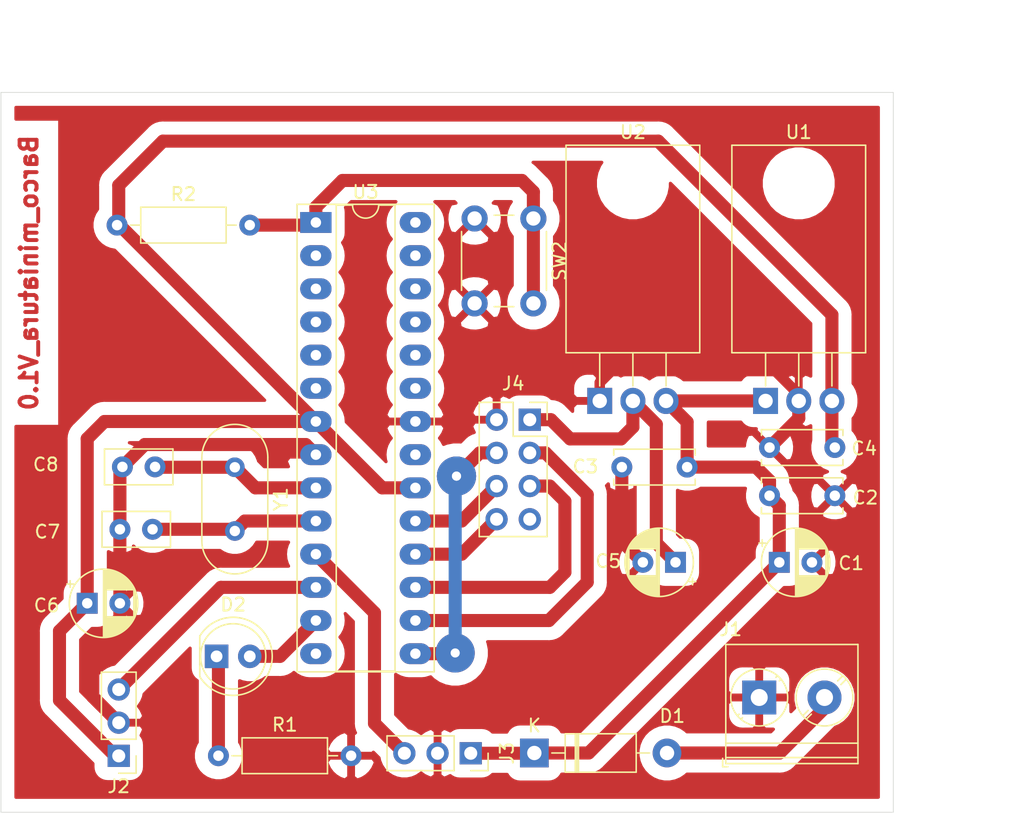
<source format=kicad_pcb>
(kicad_pcb (version 20171130) (host pcbnew 5.1.10-88a1d61d58~90~ubuntu20.04.1)

  (general
    (thickness 1.6)
    (drawings 8)
    (tracks 118)
    (zones 0)
    (modules 21)
    (nets 18)
  )

  (page USLetter)
  (layers
    (0 F.Cu signal)
    (31 B.Cu signal)
    (32 B.Adhes user hide)
    (33 F.Adhes user hide)
    (34 B.Paste user hide)
    (35 F.Paste user hide)
    (36 B.SilkS user hide)
    (37 F.SilkS user)
    (38 B.Mask user)
    (39 F.Mask user hide)
    (40 Dwgs.User user)
    (41 Cmts.User user hide)
    (42 Eco1.User user hide)
    (43 Eco2.User user hide)
    (44 Edge.Cuts user)
    (45 Margin user hide)
    (46 B.CrtYd user hide)
    (47 F.CrtYd user)
    (48 B.Fab user hide)
    (49 F.Fab user)
  )

  (setup
    (last_trace_width 1)
    (trace_clearance 0.2)
    (zone_clearance 1)
    (zone_45_only no)
    (trace_min 0.25)
    (via_size 3)
    (via_drill 0.7)
    (via_min_size 0.25)
    (via_min_drill 0.3)
    (uvia_size 0.3)
    (uvia_drill 0.1)
    (uvias_allowed no)
    (uvia_min_size 0)
    (uvia_min_drill 0.1)
    (edge_width 0.05)
    (segment_width 0.2)
    (pcb_text_width 0.3)
    (pcb_text_size 1.5 1.5)
    (mod_edge_width 0.12)
    (mod_text_size 1 1)
    (mod_text_width 0.15)
    (pad_size 1.524 1.524)
    (pad_drill 0.762)
    (pad_to_mask_clearance 0)
    (aux_axis_origin 0 0)
    (visible_elements 7FFFFFFF)
    (pcbplotparams
      (layerselection 0x00000_7fffffff)
      (usegerberextensions false)
      (usegerberattributes true)
      (usegerberadvancedattributes true)
      (creategerberjobfile true)
      (excludeedgelayer true)
      (linewidth 0.100000)
      (plotframeref false)
      (viasonmask false)
      (mode 1)
      (useauxorigin false)
      (hpglpennumber 1)
      (hpglpenspeed 20)
      (hpglpendiameter 15.000000)
      (psnegative false)
      (psa4output false)
      (plotreference true)
      (plotvalue true)
      (plotinvisibletext false)
      (padsonsilk false)
      (subtractmaskfromsilk false)
      (outputformat 4)
      (mirror false)
      (drillshape 1)
      (scaleselection 1)
      (outputdirectory ""))
  )

  (net 0 "")
  (net 1 GND)
  (net 2 +5V)
  (net 3 +3V3)
  (net 4 "Net-(C7-Pad1)")
  (net 5 VCC)
  (net 6 "Net-(J2-Pad3)")
  (net 7 "Net-(J3-Pad3)")
  (net 8 "Net-(J4-Pad3)")
  (net 9 "Net-(J4-Pad4)")
  (net 10 "Net-(J4-Pad5)")
  (net 11 "Net-(J4-Pad6)")
  (net 12 "Net-(J4-Pad8)")
  (net 13 "Net-(D1-Pad2)")
  (net 14 "Net-(C8-Pad1)")
  (net 15 "Net-(D2-Pad1)")
  (net 16 "Net-(D2-Pad2)")
  (net 17 "Net-(R2-Pad2)")

  (net_class Default "This is the default net class."
    (clearance 0.2)
    (trace_width 1)
    (via_dia 3)
    (via_drill 0.7)
    (uvia_dia 0.3)
    (uvia_drill 0.1)
    (diff_pair_width 0.4)
    (diff_pair_gap 0.25)
    (add_net +3V3)
    (add_net +5V)
    (add_net GND)
    (add_net "Net-(C7-Pad1)")
    (add_net "Net-(C8-Pad1)")
    (add_net "Net-(D1-Pad2)")
    (add_net "Net-(D2-Pad1)")
    (add_net "Net-(D2-Pad2)")
    (add_net "Net-(J2-Pad3)")
    (add_net "Net-(J3-Pad3)")
    (add_net "Net-(J4-Pad3)")
    (add_net "Net-(J4-Pad4)")
    (add_net "Net-(J4-Pad5)")
    (add_net "Net-(J4-Pad6)")
    (add_net "Net-(J4-Pad8)")
    (add_net "Net-(R2-Pad2)")
    (add_net VCC)
  )

  (module Connector_PinHeader_2.54mm:PinHeader_1x03_P2.54mm_Vertical (layer F.Cu) (tedit 59FED5CC) (tstamp 612D5A4C)
    (at 39.497 97.79 180)
    (descr "Through hole straight pin header, 1x03, 2.54mm pitch, single row")
    (tags "Through hole pin header THT 1x03 2.54mm single row")
    (path /60CF4BA0)
    (fp_text reference J2 (at 0 -2.33) (layer F.SilkS)
      (effects (font (size 1 1) (thickness 0.15)))
    )
    (fp_text value Conn_01x03 (at 2.977 2.36 90) (layer F.Fab)
      (effects (font (size 1 1) (thickness 0.15)))
    )
    (fp_line (start -0.635 -1.27) (end 1.27 -1.27) (layer F.Fab) (width 0.1))
    (fp_line (start 1.27 -1.27) (end 1.27 6.35) (layer F.Fab) (width 0.1))
    (fp_line (start 1.27 6.35) (end -1.27 6.35) (layer F.Fab) (width 0.1))
    (fp_line (start -1.27 6.35) (end -1.27 -0.635) (layer F.Fab) (width 0.1))
    (fp_line (start -1.27 -0.635) (end -0.635 -1.27) (layer F.Fab) (width 0.1))
    (fp_line (start -1.33 6.41) (end 1.33 6.41) (layer F.SilkS) (width 0.12))
    (fp_line (start -1.33 1.27) (end -1.33 6.41) (layer F.SilkS) (width 0.12))
    (fp_line (start 1.33 1.27) (end 1.33 6.41) (layer F.SilkS) (width 0.12))
    (fp_line (start -1.33 1.27) (end 1.33 1.27) (layer F.SilkS) (width 0.12))
    (fp_line (start -1.33 0) (end -1.33 -1.33) (layer F.SilkS) (width 0.12))
    (fp_line (start -1.33 -1.33) (end 0 -1.33) (layer F.SilkS) (width 0.12))
    (fp_line (start -1.8 -1.8) (end -1.8 6.85) (layer F.CrtYd) (width 0.05))
    (fp_line (start -1.8 6.85) (end 1.8 6.85) (layer F.CrtYd) (width 0.05))
    (fp_line (start 1.8 6.85) (end 1.8 -1.8) (layer F.CrtYd) (width 0.05))
    (fp_line (start 1.8 -1.8) (end -1.8 -1.8) (layer F.CrtYd) (width 0.05))
    (fp_text user %R (at 0 2.54 90) (layer F.Fab)
      (effects (font (size 1 1) (thickness 0.15)))
    )
    (pad 3 thru_hole oval (at 0 5.08 180) (size 1.7 1.7) (drill 1) (layers *.Cu *.Mask)
      (net 6 "Net-(J2-Pad3)"))
    (pad 2 thru_hole oval (at 0 2.54 180) (size 1.7 1.7) (drill 1) (layers *.Cu *.Mask)
      (net 1 GND))
    (pad 1 thru_hole rect (at 0 0 180) (size 1.7 1.7) (drill 1) (layers *.Cu *.Mask)
      (net 2 +5V))
    (model ${KISYS3DMOD}/Connector_PinHeader_2.54mm.3dshapes/PinHeader_1x03_P2.54mm_Vertical.wrl
      (at (xyz 0 0 0))
      (scale (xyz 1 1 1))
      (rotate (xyz 0 0 0))
    )
  )

  (module Package_TO_SOT_THT:TO-220-3_Horizontal_TabDown (layer F.Cu) (tedit 5AC8BA0D) (tstamp 612558A0)
    (at 89.027 70.612)
    (descr "TO-220-3, Horizontal, RM 2.54mm, see https://www.vishay.com/docs/66542/to-220-1.pdf")
    (tags "TO-220-3 Horizontal RM 2.54mm")
    (path /60B08B95)
    (fp_text reference U1 (at 2.54 -20.58) (layer F.SilkS)
      (effects (font (size 1 1) (thickness 0.15)))
    )
    (fp_text value L7805 (at 2.713 -9.332) (layer F.Fab)
      (effects (font (size 1 1) (thickness 0.15)))
    )
    (fp_line (start 7.79 -19.71) (end -2.71 -19.71) (layer F.CrtYd) (width 0.05))
    (fp_line (start 7.79 1.25) (end 7.79 -19.71) (layer F.CrtYd) (width 0.05))
    (fp_line (start -2.71 1.25) (end 7.79 1.25) (layer F.CrtYd) (width 0.05))
    (fp_line (start -2.71 -19.71) (end -2.71 1.25) (layer F.CrtYd) (width 0.05))
    (fp_line (start 5.08 -3.69) (end 5.08 -1.15) (layer F.SilkS) (width 0.12))
    (fp_line (start 2.54 -3.69) (end 2.54 -1.15) (layer F.SilkS) (width 0.12))
    (fp_line (start 0 -3.69) (end 0 -1.15) (layer F.SilkS) (width 0.12))
    (fp_line (start 7.66 -19.58) (end 7.66 -3.69) (layer F.SilkS) (width 0.12))
    (fp_line (start -2.58 -19.58) (end -2.58 -3.69) (layer F.SilkS) (width 0.12))
    (fp_line (start -2.58 -19.58) (end 7.66 -19.58) (layer F.SilkS) (width 0.12))
    (fp_line (start -2.58 -3.69) (end 7.66 -3.69) (layer F.SilkS) (width 0.12))
    (fp_line (start 5.08 -3.81) (end 5.08 0) (layer F.Fab) (width 0.1))
    (fp_line (start 2.54 -3.81) (end 2.54 0) (layer F.Fab) (width 0.1))
    (fp_line (start 0 -3.81) (end 0 0) (layer F.Fab) (width 0.1))
    (fp_line (start 7.54 -3.81) (end -2.46 -3.81) (layer F.Fab) (width 0.1))
    (fp_line (start 7.54 -13.06) (end 7.54 -3.81) (layer F.Fab) (width 0.1))
    (fp_line (start -2.46 -13.06) (end 7.54 -13.06) (layer F.Fab) (width 0.1))
    (fp_line (start -2.46 -3.81) (end -2.46 -13.06) (layer F.Fab) (width 0.1))
    (fp_line (start 7.54 -13.06) (end -2.46 -13.06) (layer F.Fab) (width 0.1))
    (fp_line (start 7.54 -19.46) (end 7.54 -13.06) (layer F.Fab) (width 0.1))
    (fp_line (start -2.46 -19.46) (end 7.54 -19.46) (layer F.Fab) (width 0.1))
    (fp_line (start -2.46 -13.06) (end -2.46 -19.46) (layer F.Fab) (width 0.1))
    (fp_circle (center 2.54 -16.66) (end 4.39 -16.66) (layer F.Fab) (width 0.1))
    (fp_text user %R (at 2.54 -20.58) (layer F.Fab)
      (effects (font (size 1 1) (thickness 0.15)))
    )
    (pad 3 thru_hole oval (at 5.08 0) (size 1.905 2) (drill 1.1) (layers *.Cu *.Mask)
      (net 2 +5V))
    (pad 2 thru_hole oval (at 2.54 0) (size 1.905 2) (drill 1.1) (layers *.Cu *.Mask)
      (net 1 GND))
    (pad 1 thru_hole rect (at 0 0) (size 1.905 2) (drill 1.1) (layers *.Cu *.Mask)
      (net 5 VCC))
    (pad "" np_thru_hole oval (at 2.54 -16.66) (size 3.5 3.5) (drill 3.5) (layers *.Cu *.Mask))
    (model ${KISYS3DMOD}/Package_TO_SOT_THT.3dshapes/TO-220-3_Horizontal_TabDown.wrl
      (at (xyz 0 0 0))
      (scale (xyz 1 1 1))
      (rotate (xyz 0 0 0))
    )
  )

  (module Package_TO_SOT_THT:TO-220-3_Horizontal_TabDown locked (layer F.Cu) (tedit 5AC8BA0D) (tstamp 612558BF)
    (at 76.327 70.612)
    (descr "TO-220-3, Horizontal, RM 2.54mm, see https://www.vishay.com/docs/66542/to-220-1.pdf")
    (tags "TO-220-3 Horizontal RM 2.54mm")
    (path /60B07A03)
    (fp_text reference U2 (at 2.54 -20.58) (layer F.SilkS)
      (effects (font (size 1 1) (thickness 0.15)))
    )
    (fp_text value LM1117-3.3 (at 2.623 -9.332) (layer F.Fab)
      (effects (font (size 1 1) (thickness 0.15)))
    )
    (fp_line (start 7.79 -19.71) (end -2.71 -19.71) (layer F.CrtYd) (width 0.05))
    (fp_line (start 7.79 1.25) (end 7.79 -19.71) (layer F.CrtYd) (width 0.05))
    (fp_line (start -2.71 1.25) (end 7.79 1.25) (layer F.CrtYd) (width 0.05))
    (fp_line (start -2.71 -19.71) (end -2.71 1.25) (layer F.CrtYd) (width 0.05))
    (fp_line (start 5.08 -3.69) (end 5.08 -1.15) (layer F.SilkS) (width 0.12))
    (fp_line (start 2.54 -3.69) (end 2.54 -1.15) (layer F.SilkS) (width 0.12))
    (fp_line (start 0 -3.69) (end 0 -1.15) (layer F.SilkS) (width 0.12))
    (fp_line (start 7.66 -19.58) (end 7.66 -3.69) (layer F.SilkS) (width 0.12))
    (fp_line (start -2.58 -19.58) (end -2.58 -3.69) (layer F.SilkS) (width 0.12))
    (fp_line (start -2.58 -19.58) (end 7.66 -19.58) (layer F.SilkS) (width 0.12))
    (fp_line (start -2.58 -3.69) (end 7.66 -3.69) (layer F.SilkS) (width 0.12))
    (fp_line (start 5.08 -3.81) (end 5.08 0) (layer F.Fab) (width 0.1))
    (fp_line (start 2.54 -3.81) (end 2.54 0) (layer F.Fab) (width 0.1))
    (fp_line (start 0 -3.81) (end 0 0) (layer F.Fab) (width 0.1))
    (fp_line (start 7.54 -3.81) (end -2.46 -3.81) (layer F.Fab) (width 0.1))
    (fp_line (start 7.54 -13.06) (end 7.54 -3.81) (layer F.Fab) (width 0.1))
    (fp_line (start -2.46 -13.06) (end 7.54 -13.06) (layer F.Fab) (width 0.1))
    (fp_line (start -2.46 -3.81) (end -2.46 -13.06) (layer F.Fab) (width 0.1))
    (fp_line (start 7.54 -13.06) (end -2.46 -13.06) (layer F.Fab) (width 0.1))
    (fp_line (start 7.54 -19.46) (end 7.54 -13.06) (layer F.Fab) (width 0.1))
    (fp_line (start -2.46 -19.46) (end 7.54 -19.46) (layer F.Fab) (width 0.1))
    (fp_line (start -2.46 -13.06) (end -2.46 -19.46) (layer F.Fab) (width 0.1))
    (fp_circle (center 2.54 -16.66) (end 4.39 -16.66) (layer F.Fab) (width 0.1))
    (fp_text user %R (at 2.54 -20.58) (layer F.Fab)
      (effects (font (size 1 1) (thickness 0.15)))
    )
    (pad 3 thru_hole oval (at 5.08 0) (size 1.905 2) (drill 1.1) (layers *.Cu *.Mask)
      (net 5 VCC))
    (pad 2 thru_hole oval (at 2.54 0) (size 1.905 2) (drill 1.1) (layers *.Cu *.Mask)
      (net 3 +3V3))
    (pad 1 thru_hole rect (at 0 0) (size 1.905 2) (drill 1.1) (layers *.Cu *.Mask)
      (net 1 GND))
    (pad "" np_thru_hole oval (at 2.54 -16.66) (size 3.5 3.5) (drill 3.5) (layers *.Cu *.Mask))
    (model ${KISYS3DMOD}/Package_TO_SOT_THT.3dshapes/TO-220-3_Horizontal_TabDown.wrl
      (at (xyz 0 0 0))
      (scale (xyz 1 1 1))
      (rotate (xyz 0 0 0))
    )
  )

  (module TerminalBlock_Phoenix:TerminalBlock_Phoenix_PT-1,5-2-5.0-H_1x02_P5.00mm_Horizontal (layer F.Cu) (tedit 5B294F69) (tstamp 60B974B0)
    (at 88.54 93.32)
    (descr "Terminal Block Phoenix PT-1,5-2-5.0-H, 2 pins, pitch 5mm, size 10x9mm^2, drill diamater 1.3mm, pad diameter 2.6mm, see http://www.mouser.com/ds/2/324/ItemDetail_1935161-922578.pdf, script-generated using https://github.com/pointhi/kicad-footprint-generator/scripts/TerminalBlock_Phoenix")
    (tags "THT Terminal Block Phoenix PT-1,5-2-5.0-H pitch 5mm size 10x9mm^2 drill 1.3mm pad 2.6mm")
    (path /60B9BEF3)
    (fp_text reference J1 (at -2.18 -5.22) (layer F.SilkS)
      (effects (font (size 1 1) (thickness 0.15)))
    )
    (fp_text value Screw_Terminal_01x02 (at 2.5 6.06) (layer F.Fab)
      (effects (font (size 1 1) (thickness 0.15)))
    )
    (fp_line (start 8 -4.5) (end -3 -4.5) (layer F.CrtYd) (width 0.05))
    (fp_line (start 8 5.5) (end 8 -4.5) (layer F.CrtYd) (width 0.05))
    (fp_line (start -3 5.5) (end 8 5.5) (layer F.CrtYd) (width 0.05))
    (fp_line (start -3 -4.5) (end -3 5.5) (layer F.CrtYd) (width 0.05))
    (fp_line (start -2.8 5.3) (end -2.4 5.3) (layer F.SilkS) (width 0.12))
    (fp_line (start -2.8 4.66) (end -2.8 5.3) (layer F.SilkS) (width 0.12))
    (fp_line (start 3.742 0.992) (end 3.347 1.388) (layer F.SilkS) (width 0.12))
    (fp_line (start 6.388 -1.654) (end 6.008 -1.274) (layer F.SilkS) (width 0.12))
    (fp_line (start 3.993 1.274) (end 3.613 1.654) (layer F.SilkS) (width 0.12))
    (fp_line (start 6.654 -1.388) (end 6.259 -0.992) (layer F.SilkS) (width 0.12))
    (fp_line (start 6.273 -1.517) (end 3.484 1.273) (layer F.Fab) (width 0.1))
    (fp_line (start 6.517 -1.273) (end 3.728 1.517) (layer F.Fab) (width 0.1))
    (fp_line (start -1.548 1.281) (end -1.654 1.388) (layer F.SilkS) (width 0.12))
    (fp_line (start 1.388 -1.654) (end 1.281 -1.547) (layer F.SilkS) (width 0.12))
    (fp_line (start -1.282 1.547) (end -1.388 1.654) (layer F.SilkS) (width 0.12))
    (fp_line (start 1.654 -1.388) (end 1.547 -1.281) (layer F.SilkS) (width 0.12))
    (fp_line (start 1.273 -1.517) (end -1.517 1.273) (layer F.Fab) (width 0.1))
    (fp_line (start 1.517 -1.273) (end -1.273 1.517) (layer F.Fab) (width 0.1))
    (fp_line (start 7.56 -4.06) (end 7.56 5.06) (layer F.SilkS) (width 0.12))
    (fp_line (start -2.56 -4.06) (end -2.56 5.06) (layer F.SilkS) (width 0.12))
    (fp_line (start -2.56 5.06) (end 7.56 5.06) (layer F.SilkS) (width 0.12))
    (fp_line (start -2.56 -4.06) (end 7.56 -4.06) (layer F.SilkS) (width 0.12))
    (fp_line (start -2.56 3.5) (end 7.56 3.5) (layer F.SilkS) (width 0.12))
    (fp_line (start -2.5 3.5) (end 7.5 3.5) (layer F.Fab) (width 0.1))
    (fp_line (start -2.56 4.6) (end 7.56 4.6) (layer F.SilkS) (width 0.12))
    (fp_line (start -2.5 4.6) (end 7.5 4.6) (layer F.Fab) (width 0.1))
    (fp_line (start -2.5 4.6) (end -2.5 -4) (layer F.Fab) (width 0.1))
    (fp_line (start -2.1 5) (end -2.5 4.6) (layer F.Fab) (width 0.1))
    (fp_line (start 7.5 5) (end -2.1 5) (layer F.Fab) (width 0.1))
    (fp_line (start 7.5 -4) (end 7.5 5) (layer F.Fab) (width 0.1))
    (fp_line (start -2.5 -4) (end 7.5 -4) (layer F.Fab) (width 0.1))
    (fp_circle (center 5 0) (end 7.18 0) (layer F.SilkS) (width 0.12))
    (fp_circle (center 5 0) (end 7 0) (layer F.Fab) (width 0.1))
    (fp_circle (center 0 0) (end 2.18 0) (layer F.SilkS) (width 0.12))
    (fp_circle (center 0 0) (end 2 0) (layer F.Fab) (width 0.1))
    (fp_text user %R (at 2.5 2.9) (layer F.Fab)
      (effects (font (size 1 1) (thickness 0.15)))
    )
    (pad 1 thru_hole rect (at 0 0) (size 2.6 2.6) (drill 1.3) (layers *.Cu *.Mask)
      (net 1 GND))
    (pad 2 thru_hole circle (at 5 0) (size 2.6 2.6) (drill 1.3) (layers *.Cu *.Mask)
      (net 13 "Net-(D1-Pad2)"))
    (model ${KISYS3DMOD}/TerminalBlock_Phoenix.3dshapes/TerminalBlock_Phoenix_PT-1,5-2-5.0-H_1x02_P5.00mm_Horizontal.wrl
      (at (xyz 0 0 0))
      (scale (xyz 1 1 1))
      (rotate (xyz 0 0 0))
    )
  )

  (module Capacitor_THT:C_Disc_D5.0mm_W2.5mm_P2.50mm (layer F.Cu) (tedit 5AE50EF0) (tstamp 60B97467)
    (at 42.087 80.442 180)
    (descr "C, Disc series, Radial, pin pitch=2.50mm, , diameter*width=5*2.5mm^2, Capacitor, http://cdn-reichelt.de/documents/datenblatt/B300/DS_KERKO_TC.pdf")
    (tags "C Disc series Radial pin pitch 2.50mm  diameter 5mm width 2.5mm Capacitor")
    (path /60B980F9)
    (fp_text reference C7 (at 8.057 -0.188) (layer F.SilkS)
      (effects (font (size 1 1) (thickness 0.15)))
    )
    (fp_text value 22pF (at 1.007 2.292) (layer F.Fab)
      (effects (font (size 1 1) (thickness 0.15)))
    )
    (fp_line (start 4 -1.5) (end -1.5 -1.5) (layer F.CrtYd) (width 0.05))
    (fp_line (start 4 1.5) (end 4 -1.5) (layer F.CrtYd) (width 0.05))
    (fp_line (start -1.5 1.5) (end 4 1.5) (layer F.CrtYd) (width 0.05))
    (fp_line (start -1.5 -1.5) (end -1.5 1.5) (layer F.CrtYd) (width 0.05))
    (fp_line (start 3.87 -1.37) (end 3.87 1.37) (layer F.SilkS) (width 0.12))
    (fp_line (start -1.37 -1.37) (end -1.37 1.37) (layer F.SilkS) (width 0.12))
    (fp_line (start -1.37 1.37) (end 3.87 1.37) (layer F.SilkS) (width 0.12))
    (fp_line (start -1.37 -1.37) (end 3.87 -1.37) (layer F.SilkS) (width 0.12))
    (fp_line (start 3.75 -1.25) (end -1.25 -1.25) (layer F.Fab) (width 0.1))
    (fp_line (start 3.75 1.25) (end 3.75 -1.25) (layer F.Fab) (width 0.1))
    (fp_line (start -1.25 1.25) (end 3.75 1.25) (layer F.Fab) (width 0.1))
    (fp_line (start -1.25 -1.25) (end -1.25 1.25) (layer F.Fab) (width 0.1))
    (fp_text user %R (at 5.197 -0.108) (layer F.Fab)
      (effects (font (size 1 1) (thickness 0.15)))
    )
    (pad 1 thru_hole circle (at 0 0 180) (size 1.6 1.6) (drill 0.8) (layers *.Cu *.Mask)
      (net 4 "Net-(C7-Pad1)"))
    (pad 2 thru_hole circle (at 2.5 0 180) (size 1.6 1.6) (drill 0.8) (layers *.Cu *.Mask)
      (net 1 GND))
    (model ${KISYS3DMOD}/Capacitor_THT.3dshapes/C_Disc_D5.0mm_W2.5mm_P2.50mm.wrl
      (at (xyz 0 0 0))
      (scale (xyz 1 1 1))
      (rotate (xyz 0 0 0))
    )
  )

  (module Diode_THT:D_DO-41_SOD81_P10.16mm_Horizontal (layer F.Cu) (tedit 5AE50CD5) (tstamp 60B97486)
    (at 71.32 97.57)
    (descr "Diode, DO-41_SOD81 series, Axial, Horizontal, pin pitch=10.16mm, , length*diameter=5.2*2.7mm^2, , http://www.diodes.com/_files/packages/DO-41%20(Plastic).pdf")
    (tags "Diode DO-41_SOD81 series Axial Horizontal pin pitch 10.16mm  length 5.2mm diameter 2.7mm")
    (path /60C0918B)
    (fp_text reference D1 (at 10.56 -2.83) (layer F.SilkS)
      (effects (font (size 1 1) (thickness 0.15)))
    )
    (fp_text value 1N5818 (at 5.08 2.47) (layer F.Fab)
      (effects (font (size 1 1) (thickness 0.15)))
    )
    (fp_line (start 11.51 -1.6) (end -1.35 -1.6) (layer F.CrtYd) (width 0.05))
    (fp_line (start 11.51 1.6) (end 11.51 -1.6) (layer F.CrtYd) (width 0.05))
    (fp_line (start -1.35 1.6) (end 11.51 1.6) (layer F.CrtYd) (width 0.05))
    (fp_line (start -1.35 -1.6) (end -1.35 1.6) (layer F.CrtYd) (width 0.05))
    (fp_line (start 3.14 -1.47) (end 3.14 1.47) (layer F.SilkS) (width 0.12))
    (fp_line (start 3.38 -1.47) (end 3.38 1.47) (layer F.SilkS) (width 0.12))
    (fp_line (start 3.26 -1.47) (end 3.26 1.47) (layer F.SilkS) (width 0.12))
    (fp_line (start 8.82 0) (end 7.8 0) (layer F.SilkS) (width 0.12))
    (fp_line (start 1.34 0) (end 2.36 0) (layer F.SilkS) (width 0.12))
    (fp_line (start 7.8 -1.47) (end 2.36 -1.47) (layer F.SilkS) (width 0.12))
    (fp_line (start 7.8 1.47) (end 7.8 -1.47) (layer F.SilkS) (width 0.12))
    (fp_line (start 2.36 1.47) (end 7.8 1.47) (layer F.SilkS) (width 0.12))
    (fp_line (start 2.36 -1.47) (end 2.36 1.47) (layer F.SilkS) (width 0.12))
    (fp_line (start 3.16 -1.35) (end 3.16 1.35) (layer F.Fab) (width 0.1))
    (fp_line (start 3.36 -1.35) (end 3.36 1.35) (layer F.Fab) (width 0.1))
    (fp_line (start 3.26 -1.35) (end 3.26 1.35) (layer F.Fab) (width 0.1))
    (fp_line (start 10.16 0) (end 7.68 0) (layer F.Fab) (width 0.1))
    (fp_line (start 0 0) (end 2.48 0) (layer F.Fab) (width 0.1))
    (fp_line (start 7.68 -1.35) (end 2.48 -1.35) (layer F.Fab) (width 0.1))
    (fp_line (start 7.68 1.35) (end 7.68 -1.35) (layer F.Fab) (width 0.1))
    (fp_line (start 2.48 1.35) (end 7.68 1.35) (layer F.Fab) (width 0.1))
    (fp_line (start 2.48 -1.35) (end 2.48 1.35) (layer F.Fab) (width 0.1))
    (fp_text user %R (at 5.08 0) (layer F.Fab)
      (effects (font (size 1 1) (thickness 0.15)))
    )
    (fp_text user K (at 0 -2.1) (layer F.Fab)
      (effects (font (size 1 1) (thickness 0.15)))
    )
    (fp_text user K (at 0 -2.1) (layer F.SilkS)
      (effects (font (size 1 1) (thickness 0.15)))
    )
    (pad 1 thru_hole rect (at 0 0) (size 2.2 2.2) (drill 1.1) (layers *.Cu *.Mask)
      (net 5 VCC))
    (pad 2 thru_hole oval (at 10.16 0) (size 2.2 2.2) (drill 1.1) (layers *.Cu *.Mask)
      (net 13 "Net-(D1-Pad2)"))
    (model ${KISYS3DMOD}/Diode_THT.3dshapes/D_DO-41_SOD81_P10.16mm_Horizontal.wrl
      (at (xyz 0 0 0))
      (scale (xyz 1 1 1))
      (rotate (xyz 0 0 0))
    )
  )

  (module Button_Switch_THT:SW_PUSH_6mm_H5mm (layer F.Cu) (tedit 5A02FE31) (tstamp 60B97532)
    (at 71.247 56.642 270)
    (descr "tactile push button, 6x6mm e.g. PHAP33xx series, height=5mm")
    (tags "tact sw push 6mm")
    (path /60C895E8)
    (fp_text reference SW2 (at 3.25 -2 90) (layer F.SilkS)
      (effects (font (size 1 1) (thickness 0.15)))
    )
    (fp_text value SW_Push (at 3.75 6.7 90) (layer F.Fab)
      (effects (font (size 1 1) (thickness 0.15)))
    )
    (fp_circle (center 3.25 2.25) (end 1.25 2.5) (layer F.Fab) (width 0.1))
    (fp_line (start 6.75 3) (end 6.75 1.5) (layer F.SilkS) (width 0.12))
    (fp_line (start 5.5 -1) (end 1 -1) (layer F.SilkS) (width 0.12))
    (fp_line (start -0.25 1.5) (end -0.25 3) (layer F.SilkS) (width 0.12))
    (fp_line (start 1 5.5) (end 5.5 5.5) (layer F.SilkS) (width 0.12))
    (fp_line (start 8 -1.25) (end 8 5.75) (layer F.CrtYd) (width 0.05))
    (fp_line (start 7.75 6) (end -1.25 6) (layer F.CrtYd) (width 0.05))
    (fp_line (start -1.5 5.75) (end -1.5 -1.25) (layer F.CrtYd) (width 0.05))
    (fp_line (start -1.25 -1.5) (end 7.75 -1.5) (layer F.CrtYd) (width 0.05))
    (fp_line (start -1.5 6) (end -1.25 6) (layer F.CrtYd) (width 0.05))
    (fp_line (start -1.5 5.75) (end -1.5 6) (layer F.CrtYd) (width 0.05))
    (fp_line (start -1.5 -1.5) (end -1.25 -1.5) (layer F.CrtYd) (width 0.05))
    (fp_line (start -1.5 -1.25) (end -1.5 -1.5) (layer F.CrtYd) (width 0.05))
    (fp_line (start 8 -1.5) (end 8 -1.25) (layer F.CrtYd) (width 0.05))
    (fp_line (start 7.75 -1.5) (end 8 -1.5) (layer F.CrtYd) (width 0.05))
    (fp_line (start 8 6) (end 8 5.75) (layer F.CrtYd) (width 0.05))
    (fp_line (start 7.75 6) (end 8 6) (layer F.CrtYd) (width 0.05))
    (fp_line (start 0.25 -0.75) (end 3.25 -0.75) (layer F.Fab) (width 0.1))
    (fp_line (start 0.25 5.25) (end 0.25 -0.75) (layer F.Fab) (width 0.1))
    (fp_line (start 6.25 5.25) (end 0.25 5.25) (layer F.Fab) (width 0.1))
    (fp_line (start 6.25 -0.75) (end 6.25 5.25) (layer F.Fab) (width 0.1))
    (fp_line (start 3.25 -0.75) (end 6.25 -0.75) (layer F.Fab) (width 0.1))
    (fp_text user %R (at 3.25 2.25 90) (layer F.Fab)
      (effects (font (size 1 1) (thickness 0.15)))
    )
    (pad 2 thru_hole circle (at 0 4.5) (size 2 2) (drill 1.1) (layers *.Cu *.Mask)
      (net 1 GND))
    (pad 1 thru_hole circle (at 0 0) (size 2 2) (drill 1.1) (layers *.Cu *.Mask)
      (net 17 "Net-(R2-Pad2)"))
    (pad 2 thru_hole circle (at 6.5 4.5) (size 2 2) (drill 1.1) (layers *.Cu *.Mask)
      (net 1 GND))
    (pad 1 thru_hole circle (at 6.5 0) (size 2 2) (drill 1.1) (layers *.Cu *.Mask)
      (net 17 "Net-(R2-Pad2)"))
    (model ${KISYS3DMOD}/Button_Switch_THT.3dshapes/SW_PUSH_6mm_H5mm.wrl
      (at (xyz 0 0 0))
      (scale (xyz 1 1 1))
      (rotate (xyz 0 0 0))
    )
  )

  (module Crystal:Crystal_HC49-4H_Vertical (layer F.Cu) (tedit 5A1AD3B7) (tstamp 60B975A5)
    (at 48.387 75.692 270)
    (descr "Crystal THT HC-49-4H http://5hertz.com/pdfs/04404_D.pdf")
    (tags "THT crystalHC-49-4H")
    (path /60B92542)
    (fp_text reference Y1 (at 2.44 -3.525 90) (layer F.SilkS)
      (effects (font (size 1 1) (thickness 0.15)))
    )
    (fp_text value "Crystal_Small 16MHZ" (at 2.44 3.525 90) (layer F.Fab)
      (effects (font (size 1 1) (thickness 0.15)))
    )
    (fp_line (start 8.5 -2.8) (end -3.6 -2.8) (layer F.CrtYd) (width 0.05))
    (fp_line (start 8.5 2.8) (end 8.5 -2.8) (layer F.CrtYd) (width 0.05))
    (fp_line (start -3.6 2.8) (end 8.5 2.8) (layer F.CrtYd) (width 0.05))
    (fp_line (start -3.6 -2.8) (end -3.6 2.8) (layer F.CrtYd) (width 0.05))
    (fp_line (start -0.76 2.525) (end 5.64 2.525) (layer F.SilkS) (width 0.12))
    (fp_line (start -0.76 -2.525) (end 5.64 -2.525) (layer F.SilkS) (width 0.12))
    (fp_line (start -0.56 2) (end 5.44 2) (layer F.Fab) (width 0.1))
    (fp_line (start -0.56 -2) (end 5.44 -2) (layer F.Fab) (width 0.1))
    (fp_line (start -0.76 2.325) (end 5.64 2.325) (layer F.Fab) (width 0.1))
    (fp_line (start -0.76 -2.325) (end 5.64 -2.325) (layer F.Fab) (width 0.1))
    (fp_text user %R (at 2.44 0 90) (layer F.Fab)
      (effects (font (size 1 1) (thickness 0.15)))
    )
    (fp_arc (start -0.76 0) (end -0.76 -2.325) (angle -180) (layer F.Fab) (width 0.1))
    (fp_arc (start 5.64 0) (end 5.64 -2.325) (angle 180) (layer F.Fab) (width 0.1))
    (fp_arc (start -0.56 0) (end -0.56 -2) (angle -180) (layer F.Fab) (width 0.1))
    (fp_arc (start 5.44 0) (end 5.44 -2) (angle 180) (layer F.Fab) (width 0.1))
    (fp_arc (start -0.76 0) (end -0.76 -2.525) (angle -180) (layer F.SilkS) (width 0.12))
    (fp_arc (start 5.64 0) (end 5.64 -2.525) (angle 180) (layer F.SilkS) (width 0.12))
    (pad 1 thru_hole circle (at 0 0 270) (size 1.5 1.5) (drill 0.8) (layers *.Cu *.Mask)
      (net 14 "Net-(C8-Pad1)"))
    (pad 2 thru_hole circle (at 4.88 0 270) (size 1.5 1.5) (drill 0.8) (layers *.Cu *.Mask)
      (net 4 "Net-(C7-Pad1)"))
    (model ${KISYS3DMOD}/Crystal.3dshapes/Crystal_HC49-4H_Vertical.wrl
      (at (xyz 0 0 0))
      (scale (xyz 1 1 1))
      (rotate (xyz 0 0 0))
    )
  )

  (module Resistor_THT:R_Axial_DIN0207_L6.3mm_D2.5mm_P10.16mm_Horizontal (layer F.Cu) (tedit 5AE5139B) (tstamp 61249632)
    (at 47.13 97.78)
    (descr "Resistor, Axial_DIN0207 series, Axial, Horizontal, pin pitch=10.16mm, 0.25W = 1/4W, length*diameter=6.3*2.5mm^2, http://cdn-reichelt.de/documents/datenblatt/B400/1_4W%23YAG.pdf")
    (tags "Resistor Axial_DIN0207 series Axial Horizontal pin pitch 10.16mm 0.25W = 1/4W length 6.3mm diameter 2.5mm")
    (path /612ECDD6)
    (fp_text reference R1 (at 5.08 -2.37) (layer F.SilkS)
      (effects (font (size 1 1) (thickness 0.15)))
    )
    (fp_text value "330 " (at 5.08 2.37) (layer F.Fab)
      (effects (font (size 1 1) (thickness 0.15)))
    )
    (fp_line (start 1.93 -1.25) (end 1.93 1.25) (layer F.Fab) (width 0.1))
    (fp_line (start 1.93 1.25) (end 8.23 1.25) (layer F.Fab) (width 0.1))
    (fp_line (start 8.23 1.25) (end 8.23 -1.25) (layer F.Fab) (width 0.1))
    (fp_line (start 8.23 -1.25) (end 1.93 -1.25) (layer F.Fab) (width 0.1))
    (fp_line (start 0 0) (end 1.93 0) (layer F.Fab) (width 0.1))
    (fp_line (start 10.16 0) (end 8.23 0) (layer F.Fab) (width 0.1))
    (fp_line (start 1.81 -1.37) (end 1.81 1.37) (layer F.SilkS) (width 0.12))
    (fp_line (start 1.81 1.37) (end 8.35 1.37) (layer F.SilkS) (width 0.12))
    (fp_line (start 8.35 1.37) (end 8.35 -1.37) (layer F.SilkS) (width 0.12))
    (fp_line (start 8.35 -1.37) (end 1.81 -1.37) (layer F.SilkS) (width 0.12))
    (fp_line (start 1.04 0) (end 1.81 0) (layer F.SilkS) (width 0.12))
    (fp_line (start 9.12 0) (end 8.35 0) (layer F.SilkS) (width 0.12))
    (fp_line (start -1.05 -1.5) (end -1.05 1.5) (layer F.CrtYd) (width 0.05))
    (fp_line (start -1.05 1.5) (end 11.21 1.5) (layer F.CrtYd) (width 0.05))
    (fp_line (start 11.21 1.5) (end 11.21 -1.5) (layer F.CrtYd) (width 0.05))
    (fp_line (start 11.21 -1.5) (end -1.05 -1.5) (layer F.CrtYd) (width 0.05))
    (fp_text user %R (at 5.08 0) (layer F.Fab)
      (effects (font (size 1 1) (thickness 0.15)))
    )
    (pad 1 thru_hole circle (at 0 0) (size 1.6 1.6) (drill 0.8) (layers *.Cu *.Mask)
      (net 15 "Net-(D2-Pad1)"))
    (pad 2 thru_hole oval (at 10.16 0) (size 1.6 1.6) (drill 0.8) (layers *.Cu *.Mask)
      (net 1 GND))
    (model ${KISYS3DMOD}/Resistor_THT.3dshapes/R_Axial_DIN0207_L6.3mm_D2.5mm_P10.16mm_Horizontal.wrl
      (at (xyz 0 0 0))
      (scale (xyz 1 1 1))
      (rotate (xyz 0 0 0))
    )
  )

  (module Capacitor_THT:CP_Radial_D5.0mm_P2.50mm (layer F.Cu) (tedit 5AE50EF0) (tstamp 61258BBD)
    (at 90.077 82.972)
    (descr "CP, Radial series, Radial, pin pitch=2.50mm, , diameter=5mm, Electrolytic Capacitor")
    (tags "CP Radial series Radial pin pitch 2.50mm  diameter 5mm Electrolytic Capacitor")
    (path /612D6957)
    (fp_text reference C1 (at 5.503 0.068) (layer F.SilkS)
      (effects (font (size 1 1) (thickness 0.15)))
    )
    (fp_text value 10uF (at 1.243 3.918) (layer F.Fab)
      (effects (font (size 1 1) (thickness 0.15)))
    )
    (fp_line (start -1.304775 -1.725) (end -1.304775 -1.225) (layer F.SilkS) (width 0.12))
    (fp_line (start -1.554775 -1.475) (end -1.054775 -1.475) (layer F.SilkS) (width 0.12))
    (fp_line (start 3.851 -0.284) (end 3.851 0.284) (layer F.SilkS) (width 0.12))
    (fp_line (start 3.811 -0.518) (end 3.811 0.518) (layer F.SilkS) (width 0.12))
    (fp_line (start 3.771 -0.677) (end 3.771 0.677) (layer F.SilkS) (width 0.12))
    (fp_line (start 3.731 -0.805) (end 3.731 0.805) (layer F.SilkS) (width 0.12))
    (fp_line (start 3.691 -0.915) (end 3.691 0.915) (layer F.SilkS) (width 0.12))
    (fp_line (start 3.651 -1.011) (end 3.651 1.011) (layer F.SilkS) (width 0.12))
    (fp_line (start 3.611 -1.098) (end 3.611 1.098) (layer F.SilkS) (width 0.12))
    (fp_line (start 3.571 -1.178) (end 3.571 1.178) (layer F.SilkS) (width 0.12))
    (fp_line (start 3.531 1.04) (end 3.531 1.251) (layer F.SilkS) (width 0.12))
    (fp_line (start 3.531 -1.251) (end 3.531 -1.04) (layer F.SilkS) (width 0.12))
    (fp_line (start 3.491 1.04) (end 3.491 1.319) (layer F.SilkS) (width 0.12))
    (fp_line (start 3.491 -1.319) (end 3.491 -1.04) (layer F.SilkS) (width 0.12))
    (fp_line (start 3.451 1.04) (end 3.451 1.383) (layer F.SilkS) (width 0.12))
    (fp_line (start 3.451 -1.383) (end 3.451 -1.04) (layer F.SilkS) (width 0.12))
    (fp_line (start 3.411 1.04) (end 3.411 1.443) (layer F.SilkS) (width 0.12))
    (fp_line (start 3.411 -1.443) (end 3.411 -1.04) (layer F.SilkS) (width 0.12))
    (fp_line (start 3.371 1.04) (end 3.371 1.5) (layer F.SilkS) (width 0.12))
    (fp_line (start 3.371 -1.5) (end 3.371 -1.04) (layer F.SilkS) (width 0.12))
    (fp_line (start 3.331 1.04) (end 3.331 1.554) (layer F.SilkS) (width 0.12))
    (fp_line (start 3.331 -1.554) (end 3.331 -1.04) (layer F.SilkS) (width 0.12))
    (fp_line (start 3.291 1.04) (end 3.291 1.605) (layer F.SilkS) (width 0.12))
    (fp_line (start 3.291 -1.605) (end 3.291 -1.04) (layer F.SilkS) (width 0.12))
    (fp_line (start 3.251 1.04) (end 3.251 1.653) (layer F.SilkS) (width 0.12))
    (fp_line (start 3.251 -1.653) (end 3.251 -1.04) (layer F.SilkS) (width 0.12))
    (fp_line (start 3.211 1.04) (end 3.211 1.699) (layer F.SilkS) (width 0.12))
    (fp_line (start 3.211 -1.699) (end 3.211 -1.04) (layer F.SilkS) (width 0.12))
    (fp_line (start 3.171 1.04) (end 3.171 1.743) (layer F.SilkS) (width 0.12))
    (fp_line (start 3.171 -1.743) (end 3.171 -1.04) (layer F.SilkS) (width 0.12))
    (fp_line (start 3.131 1.04) (end 3.131 1.785) (layer F.SilkS) (width 0.12))
    (fp_line (start 3.131 -1.785) (end 3.131 -1.04) (layer F.SilkS) (width 0.12))
    (fp_line (start 3.091 1.04) (end 3.091 1.826) (layer F.SilkS) (width 0.12))
    (fp_line (start 3.091 -1.826) (end 3.091 -1.04) (layer F.SilkS) (width 0.12))
    (fp_line (start 3.051 1.04) (end 3.051 1.864) (layer F.SilkS) (width 0.12))
    (fp_line (start 3.051 -1.864) (end 3.051 -1.04) (layer F.SilkS) (width 0.12))
    (fp_line (start 3.011 1.04) (end 3.011 1.901) (layer F.SilkS) (width 0.12))
    (fp_line (start 3.011 -1.901) (end 3.011 -1.04) (layer F.SilkS) (width 0.12))
    (fp_line (start 2.971 1.04) (end 2.971 1.937) (layer F.SilkS) (width 0.12))
    (fp_line (start 2.971 -1.937) (end 2.971 -1.04) (layer F.SilkS) (width 0.12))
    (fp_line (start 2.931 1.04) (end 2.931 1.971) (layer F.SilkS) (width 0.12))
    (fp_line (start 2.931 -1.971) (end 2.931 -1.04) (layer F.SilkS) (width 0.12))
    (fp_line (start 2.891 1.04) (end 2.891 2.004) (layer F.SilkS) (width 0.12))
    (fp_line (start 2.891 -2.004) (end 2.891 -1.04) (layer F.SilkS) (width 0.12))
    (fp_line (start 2.851 1.04) (end 2.851 2.035) (layer F.SilkS) (width 0.12))
    (fp_line (start 2.851 -2.035) (end 2.851 -1.04) (layer F.SilkS) (width 0.12))
    (fp_line (start 2.811 1.04) (end 2.811 2.065) (layer F.SilkS) (width 0.12))
    (fp_line (start 2.811 -2.065) (end 2.811 -1.04) (layer F.SilkS) (width 0.12))
    (fp_line (start 2.771 1.04) (end 2.771 2.095) (layer F.SilkS) (width 0.12))
    (fp_line (start 2.771 -2.095) (end 2.771 -1.04) (layer F.SilkS) (width 0.12))
    (fp_line (start 2.731 1.04) (end 2.731 2.122) (layer F.SilkS) (width 0.12))
    (fp_line (start 2.731 -2.122) (end 2.731 -1.04) (layer F.SilkS) (width 0.12))
    (fp_line (start 2.691 1.04) (end 2.691 2.149) (layer F.SilkS) (width 0.12))
    (fp_line (start 2.691 -2.149) (end 2.691 -1.04) (layer F.SilkS) (width 0.12))
    (fp_line (start 2.651 1.04) (end 2.651 2.175) (layer F.SilkS) (width 0.12))
    (fp_line (start 2.651 -2.175) (end 2.651 -1.04) (layer F.SilkS) (width 0.12))
    (fp_line (start 2.611 1.04) (end 2.611 2.2) (layer F.SilkS) (width 0.12))
    (fp_line (start 2.611 -2.2) (end 2.611 -1.04) (layer F.SilkS) (width 0.12))
    (fp_line (start 2.571 1.04) (end 2.571 2.224) (layer F.SilkS) (width 0.12))
    (fp_line (start 2.571 -2.224) (end 2.571 -1.04) (layer F.SilkS) (width 0.12))
    (fp_line (start 2.531 1.04) (end 2.531 2.247) (layer F.SilkS) (width 0.12))
    (fp_line (start 2.531 -2.247) (end 2.531 -1.04) (layer F.SilkS) (width 0.12))
    (fp_line (start 2.491 1.04) (end 2.491 2.268) (layer F.SilkS) (width 0.12))
    (fp_line (start 2.491 -2.268) (end 2.491 -1.04) (layer F.SilkS) (width 0.12))
    (fp_line (start 2.451 1.04) (end 2.451 2.29) (layer F.SilkS) (width 0.12))
    (fp_line (start 2.451 -2.29) (end 2.451 -1.04) (layer F.SilkS) (width 0.12))
    (fp_line (start 2.411 1.04) (end 2.411 2.31) (layer F.SilkS) (width 0.12))
    (fp_line (start 2.411 -2.31) (end 2.411 -1.04) (layer F.SilkS) (width 0.12))
    (fp_line (start 2.371 1.04) (end 2.371 2.329) (layer F.SilkS) (width 0.12))
    (fp_line (start 2.371 -2.329) (end 2.371 -1.04) (layer F.SilkS) (width 0.12))
    (fp_line (start 2.331 1.04) (end 2.331 2.348) (layer F.SilkS) (width 0.12))
    (fp_line (start 2.331 -2.348) (end 2.331 -1.04) (layer F.SilkS) (width 0.12))
    (fp_line (start 2.291 1.04) (end 2.291 2.365) (layer F.SilkS) (width 0.12))
    (fp_line (start 2.291 -2.365) (end 2.291 -1.04) (layer F.SilkS) (width 0.12))
    (fp_line (start 2.251 1.04) (end 2.251 2.382) (layer F.SilkS) (width 0.12))
    (fp_line (start 2.251 -2.382) (end 2.251 -1.04) (layer F.SilkS) (width 0.12))
    (fp_line (start 2.211 1.04) (end 2.211 2.398) (layer F.SilkS) (width 0.12))
    (fp_line (start 2.211 -2.398) (end 2.211 -1.04) (layer F.SilkS) (width 0.12))
    (fp_line (start 2.171 1.04) (end 2.171 2.414) (layer F.SilkS) (width 0.12))
    (fp_line (start 2.171 -2.414) (end 2.171 -1.04) (layer F.SilkS) (width 0.12))
    (fp_line (start 2.131 1.04) (end 2.131 2.428) (layer F.SilkS) (width 0.12))
    (fp_line (start 2.131 -2.428) (end 2.131 -1.04) (layer F.SilkS) (width 0.12))
    (fp_line (start 2.091 1.04) (end 2.091 2.442) (layer F.SilkS) (width 0.12))
    (fp_line (start 2.091 -2.442) (end 2.091 -1.04) (layer F.SilkS) (width 0.12))
    (fp_line (start 2.051 1.04) (end 2.051 2.455) (layer F.SilkS) (width 0.12))
    (fp_line (start 2.051 -2.455) (end 2.051 -1.04) (layer F.SilkS) (width 0.12))
    (fp_line (start 2.011 1.04) (end 2.011 2.468) (layer F.SilkS) (width 0.12))
    (fp_line (start 2.011 -2.468) (end 2.011 -1.04) (layer F.SilkS) (width 0.12))
    (fp_line (start 1.971 1.04) (end 1.971 2.48) (layer F.SilkS) (width 0.12))
    (fp_line (start 1.971 -2.48) (end 1.971 -1.04) (layer F.SilkS) (width 0.12))
    (fp_line (start 1.93 1.04) (end 1.93 2.491) (layer F.SilkS) (width 0.12))
    (fp_line (start 1.93 -2.491) (end 1.93 -1.04) (layer F.SilkS) (width 0.12))
    (fp_line (start 1.89 1.04) (end 1.89 2.501) (layer F.SilkS) (width 0.12))
    (fp_line (start 1.89 -2.501) (end 1.89 -1.04) (layer F.SilkS) (width 0.12))
    (fp_line (start 1.85 1.04) (end 1.85 2.511) (layer F.SilkS) (width 0.12))
    (fp_line (start 1.85 -2.511) (end 1.85 -1.04) (layer F.SilkS) (width 0.12))
    (fp_line (start 1.81 1.04) (end 1.81 2.52) (layer F.SilkS) (width 0.12))
    (fp_line (start 1.81 -2.52) (end 1.81 -1.04) (layer F.SilkS) (width 0.12))
    (fp_line (start 1.77 1.04) (end 1.77 2.528) (layer F.SilkS) (width 0.12))
    (fp_line (start 1.77 -2.528) (end 1.77 -1.04) (layer F.SilkS) (width 0.12))
    (fp_line (start 1.73 1.04) (end 1.73 2.536) (layer F.SilkS) (width 0.12))
    (fp_line (start 1.73 -2.536) (end 1.73 -1.04) (layer F.SilkS) (width 0.12))
    (fp_line (start 1.69 1.04) (end 1.69 2.543) (layer F.SilkS) (width 0.12))
    (fp_line (start 1.69 -2.543) (end 1.69 -1.04) (layer F.SilkS) (width 0.12))
    (fp_line (start 1.65 1.04) (end 1.65 2.55) (layer F.SilkS) (width 0.12))
    (fp_line (start 1.65 -2.55) (end 1.65 -1.04) (layer F.SilkS) (width 0.12))
    (fp_line (start 1.61 1.04) (end 1.61 2.556) (layer F.SilkS) (width 0.12))
    (fp_line (start 1.61 -2.556) (end 1.61 -1.04) (layer F.SilkS) (width 0.12))
    (fp_line (start 1.57 1.04) (end 1.57 2.561) (layer F.SilkS) (width 0.12))
    (fp_line (start 1.57 -2.561) (end 1.57 -1.04) (layer F.SilkS) (width 0.12))
    (fp_line (start 1.53 1.04) (end 1.53 2.565) (layer F.SilkS) (width 0.12))
    (fp_line (start 1.53 -2.565) (end 1.53 -1.04) (layer F.SilkS) (width 0.12))
    (fp_line (start 1.49 1.04) (end 1.49 2.569) (layer F.SilkS) (width 0.12))
    (fp_line (start 1.49 -2.569) (end 1.49 -1.04) (layer F.SilkS) (width 0.12))
    (fp_line (start 1.45 -2.573) (end 1.45 2.573) (layer F.SilkS) (width 0.12))
    (fp_line (start 1.41 -2.576) (end 1.41 2.576) (layer F.SilkS) (width 0.12))
    (fp_line (start 1.37 -2.578) (end 1.37 2.578) (layer F.SilkS) (width 0.12))
    (fp_line (start 1.33 -2.579) (end 1.33 2.579) (layer F.SilkS) (width 0.12))
    (fp_line (start 1.29 -2.58) (end 1.29 2.58) (layer F.SilkS) (width 0.12))
    (fp_line (start 1.25 -2.58) (end 1.25 2.58) (layer F.SilkS) (width 0.12))
    (fp_line (start -0.633605 -1.3375) (end -0.633605 -0.8375) (layer F.Fab) (width 0.1))
    (fp_line (start -0.883605 -1.0875) (end -0.383605 -1.0875) (layer F.Fab) (width 0.1))
    (fp_circle (center 1.25 0) (end 4 0) (layer F.CrtYd) (width 0.05))
    (fp_circle (center 1.25 0) (end 3.87 0) (layer F.SilkS) (width 0.12))
    (fp_circle (center 1.25 0) (end 3.75 0) (layer F.Fab) (width 0.1))
    (fp_text user %R (at 1.25 0) (layer F.Fab)
      (effects (font (size 1 1) (thickness 0.15)))
    )
    (pad 1 thru_hole rect (at 0 0) (size 1.6 1.6) (drill 0.8) (layers *.Cu *.Mask)
      (net 5 VCC))
    (pad 2 thru_hole circle (at 2.5 0) (size 1.6 1.6) (drill 0.8) (layers *.Cu *.Mask)
      (net 1 GND))
    (model ${KISYS3DMOD}/Capacitor_THT.3dshapes/CP_Radial_D5.0mm_P2.50mm.wrl
      (at (xyz 0 0 0))
      (scale (xyz 1 1 1))
      (rotate (xyz 0 0 0))
    )
  )

  (module Capacitor_THT:C_Disc_D6.0mm_W2.5mm_P5.00mm (layer F.Cu) (tedit 5AE50EF0) (tstamp 61258C40)
    (at 89.33 77.87)
    (descr "C, Disc series, Radial, pin pitch=5.00mm, , diameter*width=6*2.5mm^2, Capacitor, http://cdn-reichelt.de/documents/datenblatt/B300/DS_KERKO_TC.pdf")
    (tags "C Disc series Radial pin pitch 5.00mm  diameter 6mm width 2.5mm Capacitor")
    (path /612AA5BB)
    (fp_text reference C2 (at 7.34 0.15) (layer F.SilkS)
      (effects (font (size 1 1) (thickness 0.15)))
    )
    (fp_text value 330nF (at -3.83 0.05 180) (layer F.Fab)
      (effects (font (size 1 1) (thickness 0.15)))
    )
    (fp_line (start -0.5 -1.25) (end -0.5 1.25) (layer F.Fab) (width 0.1))
    (fp_line (start -0.5 1.25) (end 5.5 1.25) (layer F.Fab) (width 0.1))
    (fp_line (start 5.5 1.25) (end 5.5 -1.25) (layer F.Fab) (width 0.1))
    (fp_line (start 5.5 -1.25) (end -0.5 -1.25) (layer F.Fab) (width 0.1))
    (fp_line (start -0.62 -1.37) (end 5.62 -1.37) (layer F.SilkS) (width 0.12))
    (fp_line (start -0.62 1.37) (end 5.62 1.37) (layer F.SilkS) (width 0.12))
    (fp_line (start -0.62 -1.37) (end -0.62 -0.925) (layer F.SilkS) (width 0.12))
    (fp_line (start -0.62 0.925) (end -0.62 1.37) (layer F.SilkS) (width 0.12))
    (fp_line (start 5.62 -1.37) (end 5.62 -0.925) (layer F.SilkS) (width 0.12))
    (fp_line (start 5.62 0.925) (end 5.62 1.37) (layer F.SilkS) (width 0.12))
    (fp_line (start -1.05 -1.5) (end -1.05 1.5) (layer F.CrtYd) (width 0.05))
    (fp_line (start -1.05 1.5) (end 6.05 1.5) (layer F.CrtYd) (width 0.05))
    (fp_line (start 6.05 1.5) (end 6.05 -1.5) (layer F.CrtYd) (width 0.05))
    (fp_line (start 6.05 -1.5) (end -1.05 -1.5) (layer F.CrtYd) (width 0.05))
    (fp_text user %R (at 2.5 0) (layer F.Fab)
      (effects (font (size 1 1) (thickness 0.15)))
    )
    (pad 2 thru_hole circle (at 5 0) (size 1.6 1.6) (drill 0.8) (layers *.Cu *.Mask)
      (net 1 GND))
    (pad 1 thru_hole circle (at 0 0) (size 1.6 1.6) (drill 0.8) (layers *.Cu *.Mask)
      (net 5 VCC))
    (model ${KISYS3DMOD}/Capacitor_THT.3dshapes/C_Disc_D6.0mm_W2.5mm_P5.00mm.wrl
      (at (xyz 0 0 0))
      (scale (xyz 1 1 1))
      (rotate (xyz 0 0 0))
    )
  )

  (module Capacitor_THT:C_Disc_D6.0mm_W2.5mm_P5.00mm (layer F.Cu) (tedit 5AE50EF0) (tstamp 61258C54)
    (at 83.02 75.68 180)
    (descr "C, Disc series, Radial, pin pitch=5.00mm, , diameter*width=6*2.5mm^2, Capacitor, http://cdn-reichelt.de/documents/datenblatt/B300/DS_KERKO_TC.pdf")
    (tags "C Disc series Radial pin pitch 5.00mm  diameter 6mm width 2.5mm Capacitor")
    (path /60B0AC10)
    (fp_text reference C3 (at 7.787 0.042) (layer F.SilkS)
      (effects (font (size 1 1) (thickness 0.15)))
    )
    (fp_text value 100nF (at 2.5 2.5) (layer F.Fab)
      (effects (font (size 1 1) (thickness 0.15)))
    )
    (fp_line (start 6.05 -1.5) (end -1.05 -1.5) (layer F.CrtYd) (width 0.05))
    (fp_line (start 6.05 1.5) (end 6.05 -1.5) (layer F.CrtYd) (width 0.05))
    (fp_line (start -1.05 1.5) (end 6.05 1.5) (layer F.CrtYd) (width 0.05))
    (fp_line (start -1.05 -1.5) (end -1.05 1.5) (layer F.CrtYd) (width 0.05))
    (fp_line (start 5.62 0.925) (end 5.62 1.37) (layer F.SilkS) (width 0.12))
    (fp_line (start 5.62 -1.37) (end 5.62 -0.925) (layer F.SilkS) (width 0.12))
    (fp_line (start -0.62 0.925) (end -0.62 1.37) (layer F.SilkS) (width 0.12))
    (fp_line (start -0.62 -1.37) (end -0.62 -0.925) (layer F.SilkS) (width 0.12))
    (fp_line (start -0.62 1.37) (end 5.62 1.37) (layer F.SilkS) (width 0.12))
    (fp_line (start -0.62 -1.37) (end 5.62 -1.37) (layer F.SilkS) (width 0.12))
    (fp_line (start 5.5 -1.25) (end -0.5 -1.25) (layer F.Fab) (width 0.1))
    (fp_line (start 5.5 1.25) (end 5.5 -1.25) (layer F.Fab) (width 0.1))
    (fp_line (start -0.5 1.25) (end 5.5 1.25) (layer F.Fab) (width 0.1))
    (fp_line (start -0.5 -1.25) (end -0.5 1.25) (layer F.Fab) (width 0.1))
    (fp_text user %R (at 2.5 0) (layer F.Fab)
      (effects (font (size 1 1) (thickness 0.15)))
    )
    (pad 1 thru_hole circle (at 0 0 180) (size 1.6 1.6) (drill 0.8) (layers *.Cu *.Mask)
      (net 5 VCC))
    (pad 2 thru_hole circle (at 5 0 180) (size 1.6 1.6) (drill 0.8) (layers *.Cu *.Mask)
      (net 1 GND))
    (model ${KISYS3DMOD}/Capacitor_THT.3dshapes/C_Disc_D6.0mm_W2.5mm_P5.00mm.wrl
      (at (xyz 0 0 0))
      (scale (xyz 1 1 1))
      (rotate (xyz 0 0 0))
    )
  )

  (module Capacitor_THT:C_Disc_D6.0mm_W2.5mm_P5.00mm (layer F.Cu) (tedit 5AE50EF0) (tstamp 61258F33)
    (at 94.33 74.18 180)
    (descr "C, Disc series, Radial, pin pitch=5.00mm, , diameter*width=6*2.5mm^2, Capacitor, http://cdn-reichelt.de/documents/datenblatt/B300/DS_KERKO_TC.pdf")
    (tags "C Disc series Radial pin pitch 5.00mm  diameter 6mm width 2.5mm Capacitor")
    (path /612E8A9F)
    (fp_text reference C4 (at -2.25 -0.07) (layer F.SilkS)
      (effects (font (size 1 1) (thickness 0.15)))
    )
    (fp_text value 100nF (at 8.44 -0.13) (layer F.Fab)
      (effects (font (size 1 1) (thickness 0.15)))
    )
    (fp_line (start 6.05 -1.5) (end -1.05 -1.5) (layer F.CrtYd) (width 0.05))
    (fp_line (start 6.05 1.5) (end 6.05 -1.5) (layer F.CrtYd) (width 0.05))
    (fp_line (start -1.05 1.5) (end 6.05 1.5) (layer F.CrtYd) (width 0.05))
    (fp_line (start -1.05 -1.5) (end -1.05 1.5) (layer F.CrtYd) (width 0.05))
    (fp_line (start 5.62 0.925) (end 5.62 1.37) (layer F.SilkS) (width 0.12))
    (fp_line (start 5.62 -1.37) (end 5.62 -0.925) (layer F.SilkS) (width 0.12))
    (fp_line (start -0.62 0.925) (end -0.62 1.37) (layer F.SilkS) (width 0.12))
    (fp_line (start -0.62 -1.37) (end -0.62 -0.925) (layer F.SilkS) (width 0.12))
    (fp_line (start -0.62 1.37) (end 5.62 1.37) (layer F.SilkS) (width 0.12))
    (fp_line (start -0.62 -1.37) (end 5.62 -1.37) (layer F.SilkS) (width 0.12))
    (fp_line (start 5.5 -1.25) (end -0.5 -1.25) (layer F.Fab) (width 0.1))
    (fp_line (start 5.5 1.25) (end 5.5 -1.25) (layer F.Fab) (width 0.1))
    (fp_line (start -0.5 1.25) (end 5.5 1.25) (layer F.Fab) (width 0.1))
    (fp_line (start -0.5 -1.25) (end -0.5 1.25) (layer F.Fab) (width 0.1))
    (fp_text user %R (at 2.54 0) (layer F.Fab)
      (effects (font (size 1 1) (thickness 0.15)))
    )
    (pad 1 thru_hole circle (at 0 0 180) (size 1.6 1.6) (drill 0.8) (layers *.Cu *.Mask)
      (net 2 +5V))
    (pad 2 thru_hole circle (at 5 0 180) (size 1.6 1.6) (drill 0.8) (layers *.Cu *.Mask)
      (net 1 GND))
    (model ${KISYS3DMOD}/Capacitor_THT.3dshapes/C_Disc_D6.0mm_W2.5mm_P5.00mm.wrl
      (at (xyz 0 0 0))
      (scale (xyz 1 1 1))
      (rotate (xyz 0 0 0))
    )
  )

  (module Capacitor_THT:CP_Radial_D5.0mm_P2.50mm (layer F.Cu) (tedit 5AE50EF0) (tstamp 61258FDE)
    (at 82.13 82.97 180)
    (descr "CP, Radial series, Radial, pin pitch=2.50mm, , diameter=5mm, Electrolytic Capacitor")
    (tags "CP Radial series Radial pin pitch 2.50mm  diameter 5mm Electrolytic Capacitor")
    (path /60B0BA73)
    (fp_text reference C5 (at 5.153 0.088) (layer F.SilkS)
      (effects (font (size 1 1) (thickness 0.15)))
    )
    (fp_text value 10uF (at 0.91 -3.92) (layer F.Fab)
      (effects (font (size 1 1) (thickness 0.15)))
    )
    (fp_line (start -1.304775 -1.725) (end -1.304775 -1.225) (layer F.SilkS) (width 0.12))
    (fp_line (start -1.554775 -1.475) (end -1.054775 -1.475) (layer F.SilkS) (width 0.12))
    (fp_line (start 3.851 -0.284) (end 3.851 0.284) (layer F.SilkS) (width 0.12))
    (fp_line (start 3.811 -0.518) (end 3.811 0.518) (layer F.SilkS) (width 0.12))
    (fp_line (start 3.771 -0.677) (end 3.771 0.677) (layer F.SilkS) (width 0.12))
    (fp_line (start 3.731 -0.805) (end 3.731 0.805) (layer F.SilkS) (width 0.12))
    (fp_line (start 3.691 -0.915) (end 3.691 0.915) (layer F.SilkS) (width 0.12))
    (fp_line (start 3.651 -1.011) (end 3.651 1.011) (layer F.SilkS) (width 0.12))
    (fp_line (start 3.611 -1.098) (end 3.611 1.098) (layer F.SilkS) (width 0.12))
    (fp_line (start 3.571 -1.178) (end 3.571 1.178) (layer F.SilkS) (width 0.12))
    (fp_line (start 3.531 1.04) (end 3.531 1.251) (layer F.SilkS) (width 0.12))
    (fp_line (start 3.531 -1.251) (end 3.531 -1.04) (layer F.SilkS) (width 0.12))
    (fp_line (start 3.491 1.04) (end 3.491 1.319) (layer F.SilkS) (width 0.12))
    (fp_line (start 3.491 -1.319) (end 3.491 -1.04) (layer F.SilkS) (width 0.12))
    (fp_line (start 3.451 1.04) (end 3.451 1.383) (layer F.SilkS) (width 0.12))
    (fp_line (start 3.451 -1.383) (end 3.451 -1.04) (layer F.SilkS) (width 0.12))
    (fp_line (start 3.411 1.04) (end 3.411 1.443) (layer F.SilkS) (width 0.12))
    (fp_line (start 3.411 -1.443) (end 3.411 -1.04) (layer F.SilkS) (width 0.12))
    (fp_line (start 3.371 1.04) (end 3.371 1.5) (layer F.SilkS) (width 0.12))
    (fp_line (start 3.371 -1.5) (end 3.371 -1.04) (layer F.SilkS) (width 0.12))
    (fp_line (start 3.331 1.04) (end 3.331 1.554) (layer F.SilkS) (width 0.12))
    (fp_line (start 3.331 -1.554) (end 3.331 -1.04) (layer F.SilkS) (width 0.12))
    (fp_line (start 3.291 1.04) (end 3.291 1.605) (layer F.SilkS) (width 0.12))
    (fp_line (start 3.291 -1.605) (end 3.291 -1.04) (layer F.SilkS) (width 0.12))
    (fp_line (start 3.251 1.04) (end 3.251 1.653) (layer F.SilkS) (width 0.12))
    (fp_line (start 3.251 -1.653) (end 3.251 -1.04) (layer F.SilkS) (width 0.12))
    (fp_line (start 3.211 1.04) (end 3.211 1.699) (layer F.SilkS) (width 0.12))
    (fp_line (start 3.211 -1.699) (end 3.211 -1.04) (layer F.SilkS) (width 0.12))
    (fp_line (start 3.171 1.04) (end 3.171 1.743) (layer F.SilkS) (width 0.12))
    (fp_line (start 3.171 -1.743) (end 3.171 -1.04) (layer F.SilkS) (width 0.12))
    (fp_line (start 3.131 1.04) (end 3.131 1.785) (layer F.SilkS) (width 0.12))
    (fp_line (start 3.131 -1.785) (end 3.131 -1.04) (layer F.SilkS) (width 0.12))
    (fp_line (start 3.091 1.04) (end 3.091 1.826) (layer F.SilkS) (width 0.12))
    (fp_line (start 3.091 -1.826) (end 3.091 -1.04) (layer F.SilkS) (width 0.12))
    (fp_line (start 3.051 1.04) (end 3.051 1.864) (layer F.SilkS) (width 0.12))
    (fp_line (start 3.051 -1.864) (end 3.051 -1.04) (layer F.SilkS) (width 0.12))
    (fp_line (start 3.011 1.04) (end 3.011 1.901) (layer F.SilkS) (width 0.12))
    (fp_line (start 3.011 -1.901) (end 3.011 -1.04) (layer F.SilkS) (width 0.12))
    (fp_line (start 2.971 1.04) (end 2.971 1.937) (layer F.SilkS) (width 0.12))
    (fp_line (start 2.971 -1.937) (end 2.971 -1.04) (layer F.SilkS) (width 0.12))
    (fp_line (start 2.931 1.04) (end 2.931 1.971) (layer F.SilkS) (width 0.12))
    (fp_line (start 2.931 -1.971) (end 2.931 -1.04) (layer F.SilkS) (width 0.12))
    (fp_line (start 2.891 1.04) (end 2.891 2.004) (layer F.SilkS) (width 0.12))
    (fp_line (start 2.891 -2.004) (end 2.891 -1.04) (layer F.SilkS) (width 0.12))
    (fp_line (start 2.851 1.04) (end 2.851 2.035) (layer F.SilkS) (width 0.12))
    (fp_line (start 2.851 -2.035) (end 2.851 -1.04) (layer F.SilkS) (width 0.12))
    (fp_line (start 2.811 1.04) (end 2.811 2.065) (layer F.SilkS) (width 0.12))
    (fp_line (start 2.811 -2.065) (end 2.811 -1.04) (layer F.SilkS) (width 0.12))
    (fp_line (start 2.771 1.04) (end 2.771 2.095) (layer F.SilkS) (width 0.12))
    (fp_line (start 2.771 -2.095) (end 2.771 -1.04) (layer F.SilkS) (width 0.12))
    (fp_line (start 2.731 1.04) (end 2.731 2.122) (layer F.SilkS) (width 0.12))
    (fp_line (start 2.731 -2.122) (end 2.731 -1.04) (layer F.SilkS) (width 0.12))
    (fp_line (start 2.691 1.04) (end 2.691 2.149) (layer F.SilkS) (width 0.12))
    (fp_line (start 2.691 -2.149) (end 2.691 -1.04) (layer F.SilkS) (width 0.12))
    (fp_line (start 2.651 1.04) (end 2.651 2.175) (layer F.SilkS) (width 0.12))
    (fp_line (start 2.651 -2.175) (end 2.651 -1.04) (layer F.SilkS) (width 0.12))
    (fp_line (start 2.611 1.04) (end 2.611 2.2) (layer F.SilkS) (width 0.12))
    (fp_line (start 2.611 -2.2) (end 2.611 -1.04) (layer F.SilkS) (width 0.12))
    (fp_line (start 2.571 1.04) (end 2.571 2.224) (layer F.SilkS) (width 0.12))
    (fp_line (start 2.571 -2.224) (end 2.571 -1.04) (layer F.SilkS) (width 0.12))
    (fp_line (start 2.531 1.04) (end 2.531 2.247) (layer F.SilkS) (width 0.12))
    (fp_line (start 2.531 -2.247) (end 2.531 -1.04) (layer F.SilkS) (width 0.12))
    (fp_line (start 2.491 1.04) (end 2.491 2.268) (layer F.SilkS) (width 0.12))
    (fp_line (start 2.491 -2.268) (end 2.491 -1.04) (layer F.SilkS) (width 0.12))
    (fp_line (start 2.451 1.04) (end 2.451 2.29) (layer F.SilkS) (width 0.12))
    (fp_line (start 2.451 -2.29) (end 2.451 -1.04) (layer F.SilkS) (width 0.12))
    (fp_line (start 2.411 1.04) (end 2.411 2.31) (layer F.SilkS) (width 0.12))
    (fp_line (start 2.411 -2.31) (end 2.411 -1.04) (layer F.SilkS) (width 0.12))
    (fp_line (start 2.371 1.04) (end 2.371 2.329) (layer F.SilkS) (width 0.12))
    (fp_line (start 2.371 -2.329) (end 2.371 -1.04) (layer F.SilkS) (width 0.12))
    (fp_line (start 2.331 1.04) (end 2.331 2.348) (layer F.SilkS) (width 0.12))
    (fp_line (start 2.331 -2.348) (end 2.331 -1.04) (layer F.SilkS) (width 0.12))
    (fp_line (start 2.291 1.04) (end 2.291 2.365) (layer F.SilkS) (width 0.12))
    (fp_line (start 2.291 -2.365) (end 2.291 -1.04) (layer F.SilkS) (width 0.12))
    (fp_line (start 2.251 1.04) (end 2.251 2.382) (layer F.SilkS) (width 0.12))
    (fp_line (start 2.251 -2.382) (end 2.251 -1.04) (layer F.SilkS) (width 0.12))
    (fp_line (start 2.211 1.04) (end 2.211 2.398) (layer F.SilkS) (width 0.12))
    (fp_line (start 2.211 -2.398) (end 2.211 -1.04) (layer F.SilkS) (width 0.12))
    (fp_line (start 2.171 1.04) (end 2.171 2.414) (layer F.SilkS) (width 0.12))
    (fp_line (start 2.171 -2.414) (end 2.171 -1.04) (layer F.SilkS) (width 0.12))
    (fp_line (start 2.131 1.04) (end 2.131 2.428) (layer F.SilkS) (width 0.12))
    (fp_line (start 2.131 -2.428) (end 2.131 -1.04) (layer F.SilkS) (width 0.12))
    (fp_line (start 2.091 1.04) (end 2.091 2.442) (layer F.SilkS) (width 0.12))
    (fp_line (start 2.091 -2.442) (end 2.091 -1.04) (layer F.SilkS) (width 0.12))
    (fp_line (start 2.051 1.04) (end 2.051 2.455) (layer F.SilkS) (width 0.12))
    (fp_line (start 2.051 -2.455) (end 2.051 -1.04) (layer F.SilkS) (width 0.12))
    (fp_line (start 2.011 1.04) (end 2.011 2.468) (layer F.SilkS) (width 0.12))
    (fp_line (start 2.011 -2.468) (end 2.011 -1.04) (layer F.SilkS) (width 0.12))
    (fp_line (start 1.971 1.04) (end 1.971 2.48) (layer F.SilkS) (width 0.12))
    (fp_line (start 1.971 -2.48) (end 1.971 -1.04) (layer F.SilkS) (width 0.12))
    (fp_line (start 1.93 1.04) (end 1.93 2.491) (layer F.SilkS) (width 0.12))
    (fp_line (start 1.93 -2.491) (end 1.93 -1.04) (layer F.SilkS) (width 0.12))
    (fp_line (start 1.89 1.04) (end 1.89 2.501) (layer F.SilkS) (width 0.12))
    (fp_line (start 1.89 -2.501) (end 1.89 -1.04) (layer F.SilkS) (width 0.12))
    (fp_line (start 1.85 1.04) (end 1.85 2.511) (layer F.SilkS) (width 0.12))
    (fp_line (start 1.85 -2.511) (end 1.85 -1.04) (layer F.SilkS) (width 0.12))
    (fp_line (start 1.81 1.04) (end 1.81 2.52) (layer F.SilkS) (width 0.12))
    (fp_line (start 1.81 -2.52) (end 1.81 -1.04) (layer F.SilkS) (width 0.12))
    (fp_line (start 1.77 1.04) (end 1.77 2.528) (layer F.SilkS) (width 0.12))
    (fp_line (start 1.77 -2.528) (end 1.77 -1.04) (layer F.SilkS) (width 0.12))
    (fp_line (start 1.73 1.04) (end 1.73 2.536) (layer F.SilkS) (width 0.12))
    (fp_line (start 1.73 -2.536) (end 1.73 -1.04) (layer F.SilkS) (width 0.12))
    (fp_line (start 1.69 1.04) (end 1.69 2.543) (layer F.SilkS) (width 0.12))
    (fp_line (start 1.69 -2.543) (end 1.69 -1.04) (layer F.SilkS) (width 0.12))
    (fp_line (start 1.65 1.04) (end 1.65 2.55) (layer F.SilkS) (width 0.12))
    (fp_line (start 1.65 -2.55) (end 1.65 -1.04) (layer F.SilkS) (width 0.12))
    (fp_line (start 1.61 1.04) (end 1.61 2.556) (layer F.SilkS) (width 0.12))
    (fp_line (start 1.61 -2.556) (end 1.61 -1.04) (layer F.SilkS) (width 0.12))
    (fp_line (start 1.57 1.04) (end 1.57 2.561) (layer F.SilkS) (width 0.12))
    (fp_line (start 1.57 -2.561) (end 1.57 -1.04) (layer F.SilkS) (width 0.12))
    (fp_line (start 1.53 1.04) (end 1.53 2.565) (layer F.SilkS) (width 0.12))
    (fp_line (start 1.53 -2.565) (end 1.53 -1.04) (layer F.SilkS) (width 0.12))
    (fp_line (start 1.49 1.04) (end 1.49 2.569) (layer F.SilkS) (width 0.12))
    (fp_line (start 1.49 -2.569) (end 1.49 -1.04) (layer F.SilkS) (width 0.12))
    (fp_line (start 1.45 -2.573) (end 1.45 2.573) (layer F.SilkS) (width 0.12))
    (fp_line (start 1.41 -2.576) (end 1.41 2.576) (layer F.SilkS) (width 0.12))
    (fp_line (start 1.37 -2.578) (end 1.37 2.578) (layer F.SilkS) (width 0.12))
    (fp_line (start 1.33 -2.579) (end 1.33 2.579) (layer F.SilkS) (width 0.12))
    (fp_line (start 1.29 -2.58) (end 1.29 2.58) (layer F.SilkS) (width 0.12))
    (fp_line (start 1.25 -2.58) (end 1.25 2.58) (layer F.SilkS) (width 0.12))
    (fp_line (start -0.633605 -1.3375) (end -0.633605 -0.8375) (layer F.Fab) (width 0.1))
    (fp_line (start -0.883605 -1.0875) (end -0.383605 -1.0875) (layer F.Fab) (width 0.1))
    (fp_circle (center 1.25 0) (end 4 0) (layer F.CrtYd) (width 0.05))
    (fp_circle (center 1.25 0) (end 3.87 0) (layer F.SilkS) (width 0.12))
    (fp_circle (center 1.25 0) (end 3.75 0) (layer F.Fab) (width 0.1))
    (fp_text user %R (at 1.25 0) (layer F.Fab)
      (effects (font (size 1 1) (thickness 0.15)))
    )
    (pad 1 thru_hole rect (at 0 0 180) (size 1.6 1.6) (drill 0.8) (layers *.Cu *.Mask)
      (net 3 +3V3))
    (pad 2 thru_hole circle (at 2.5 0 180) (size 1.6 1.6) (drill 0.8) (layers *.Cu *.Mask)
      (net 1 GND))
    (model ${KISYS3DMOD}/Capacitor_THT.3dshapes/CP_Radial_D5.0mm_P2.50mm.wrl
      (at (xyz 0 0 0))
      (scale (xyz 1 1 1))
      (rotate (xyz 0 0 0))
    )
  )

  (module Capacitor_THT:CP_Radial_D5.0mm_P2.50mm (layer F.Cu) (tedit 5AE50EF0) (tstamp 61258D01)
    (at 37.084 86.106)
    (descr "CP, Radial series, Radial, pin pitch=2.50mm, , diameter=5mm, Electrolytic Capacitor")
    (tags "CP Radial series Radial pin pitch 2.50mm  diameter 5mm Electrolytic Capacitor")
    (path /60B8D440)
    (fp_text reference C6 (at -3.114 0.164) (layer F.SilkS)
      (effects (font (size 1 1) (thickness 0.15)))
    )
    (fp_text value 10uF (at 1.25 3.75) (layer F.Fab)
      (effects (font (size 1 1) (thickness 0.15)))
    )
    (fp_circle (center 1.25 0) (end 3.75 0) (layer F.Fab) (width 0.1))
    (fp_circle (center 1.25 0) (end 3.87 0) (layer F.SilkS) (width 0.12))
    (fp_circle (center 1.25 0) (end 4 0) (layer F.CrtYd) (width 0.05))
    (fp_line (start -0.883605 -1.0875) (end -0.383605 -1.0875) (layer F.Fab) (width 0.1))
    (fp_line (start -0.633605 -1.3375) (end -0.633605 -0.8375) (layer F.Fab) (width 0.1))
    (fp_line (start 1.25 -2.58) (end 1.25 2.58) (layer F.SilkS) (width 0.12))
    (fp_line (start 1.29 -2.58) (end 1.29 2.58) (layer F.SilkS) (width 0.12))
    (fp_line (start 1.33 -2.579) (end 1.33 2.579) (layer F.SilkS) (width 0.12))
    (fp_line (start 1.37 -2.578) (end 1.37 2.578) (layer F.SilkS) (width 0.12))
    (fp_line (start 1.41 -2.576) (end 1.41 2.576) (layer F.SilkS) (width 0.12))
    (fp_line (start 1.45 -2.573) (end 1.45 2.573) (layer F.SilkS) (width 0.12))
    (fp_line (start 1.49 -2.569) (end 1.49 -1.04) (layer F.SilkS) (width 0.12))
    (fp_line (start 1.49 1.04) (end 1.49 2.569) (layer F.SilkS) (width 0.12))
    (fp_line (start 1.53 -2.565) (end 1.53 -1.04) (layer F.SilkS) (width 0.12))
    (fp_line (start 1.53 1.04) (end 1.53 2.565) (layer F.SilkS) (width 0.12))
    (fp_line (start 1.57 -2.561) (end 1.57 -1.04) (layer F.SilkS) (width 0.12))
    (fp_line (start 1.57 1.04) (end 1.57 2.561) (layer F.SilkS) (width 0.12))
    (fp_line (start 1.61 -2.556) (end 1.61 -1.04) (layer F.SilkS) (width 0.12))
    (fp_line (start 1.61 1.04) (end 1.61 2.556) (layer F.SilkS) (width 0.12))
    (fp_line (start 1.65 -2.55) (end 1.65 -1.04) (layer F.SilkS) (width 0.12))
    (fp_line (start 1.65 1.04) (end 1.65 2.55) (layer F.SilkS) (width 0.12))
    (fp_line (start 1.69 -2.543) (end 1.69 -1.04) (layer F.SilkS) (width 0.12))
    (fp_line (start 1.69 1.04) (end 1.69 2.543) (layer F.SilkS) (width 0.12))
    (fp_line (start 1.73 -2.536) (end 1.73 -1.04) (layer F.SilkS) (width 0.12))
    (fp_line (start 1.73 1.04) (end 1.73 2.536) (layer F.SilkS) (width 0.12))
    (fp_line (start 1.77 -2.528) (end 1.77 -1.04) (layer F.SilkS) (width 0.12))
    (fp_line (start 1.77 1.04) (end 1.77 2.528) (layer F.SilkS) (width 0.12))
    (fp_line (start 1.81 -2.52) (end 1.81 -1.04) (layer F.SilkS) (width 0.12))
    (fp_line (start 1.81 1.04) (end 1.81 2.52) (layer F.SilkS) (width 0.12))
    (fp_line (start 1.85 -2.511) (end 1.85 -1.04) (layer F.SilkS) (width 0.12))
    (fp_line (start 1.85 1.04) (end 1.85 2.511) (layer F.SilkS) (width 0.12))
    (fp_line (start 1.89 -2.501) (end 1.89 -1.04) (layer F.SilkS) (width 0.12))
    (fp_line (start 1.89 1.04) (end 1.89 2.501) (layer F.SilkS) (width 0.12))
    (fp_line (start 1.93 -2.491) (end 1.93 -1.04) (layer F.SilkS) (width 0.12))
    (fp_line (start 1.93 1.04) (end 1.93 2.491) (layer F.SilkS) (width 0.12))
    (fp_line (start 1.971 -2.48) (end 1.971 -1.04) (layer F.SilkS) (width 0.12))
    (fp_line (start 1.971 1.04) (end 1.971 2.48) (layer F.SilkS) (width 0.12))
    (fp_line (start 2.011 -2.468) (end 2.011 -1.04) (layer F.SilkS) (width 0.12))
    (fp_line (start 2.011 1.04) (end 2.011 2.468) (layer F.SilkS) (width 0.12))
    (fp_line (start 2.051 -2.455) (end 2.051 -1.04) (layer F.SilkS) (width 0.12))
    (fp_line (start 2.051 1.04) (end 2.051 2.455) (layer F.SilkS) (width 0.12))
    (fp_line (start 2.091 -2.442) (end 2.091 -1.04) (layer F.SilkS) (width 0.12))
    (fp_line (start 2.091 1.04) (end 2.091 2.442) (layer F.SilkS) (width 0.12))
    (fp_line (start 2.131 -2.428) (end 2.131 -1.04) (layer F.SilkS) (width 0.12))
    (fp_line (start 2.131 1.04) (end 2.131 2.428) (layer F.SilkS) (width 0.12))
    (fp_line (start 2.171 -2.414) (end 2.171 -1.04) (layer F.SilkS) (width 0.12))
    (fp_line (start 2.171 1.04) (end 2.171 2.414) (layer F.SilkS) (width 0.12))
    (fp_line (start 2.211 -2.398) (end 2.211 -1.04) (layer F.SilkS) (width 0.12))
    (fp_line (start 2.211 1.04) (end 2.211 2.398) (layer F.SilkS) (width 0.12))
    (fp_line (start 2.251 -2.382) (end 2.251 -1.04) (layer F.SilkS) (width 0.12))
    (fp_line (start 2.251 1.04) (end 2.251 2.382) (layer F.SilkS) (width 0.12))
    (fp_line (start 2.291 -2.365) (end 2.291 -1.04) (layer F.SilkS) (width 0.12))
    (fp_line (start 2.291 1.04) (end 2.291 2.365) (layer F.SilkS) (width 0.12))
    (fp_line (start 2.331 -2.348) (end 2.331 -1.04) (layer F.SilkS) (width 0.12))
    (fp_line (start 2.331 1.04) (end 2.331 2.348) (layer F.SilkS) (width 0.12))
    (fp_line (start 2.371 -2.329) (end 2.371 -1.04) (layer F.SilkS) (width 0.12))
    (fp_line (start 2.371 1.04) (end 2.371 2.329) (layer F.SilkS) (width 0.12))
    (fp_line (start 2.411 -2.31) (end 2.411 -1.04) (layer F.SilkS) (width 0.12))
    (fp_line (start 2.411 1.04) (end 2.411 2.31) (layer F.SilkS) (width 0.12))
    (fp_line (start 2.451 -2.29) (end 2.451 -1.04) (layer F.SilkS) (width 0.12))
    (fp_line (start 2.451 1.04) (end 2.451 2.29) (layer F.SilkS) (width 0.12))
    (fp_line (start 2.491 -2.268) (end 2.491 -1.04) (layer F.SilkS) (width 0.12))
    (fp_line (start 2.491 1.04) (end 2.491 2.268) (layer F.SilkS) (width 0.12))
    (fp_line (start 2.531 -2.247) (end 2.531 -1.04) (layer F.SilkS) (width 0.12))
    (fp_line (start 2.531 1.04) (end 2.531 2.247) (layer F.SilkS) (width 0.12))
    (fp_line (start 2.571 -2.224) (end 2.571 -1.04) (layer F.SilkS) (width 0.12))
    (fp_line (start 2.571 1.04) (end 2.571 2.224) (layer F.SilkS) (width 0.12))
    (fp_line (start 2.611 -2.2) (end 2.611 -1.04) (layer F.SilkS) (width 0.12))
    (fp_line (start 2.611 1.04) (end 2.611 2.2) (layer F.SilkS) (width 0.12))
    (fp_line (start 2.651 -2.175) (end 2.651 -1.04) (layer F.SilkS) (width 0.12))
    (fp_line (start 2.651 1.04) (end 2.651 2.175) (layer F.SilkS) (width 0.12))
    (fp_line (start 2.691 -2.149) (end 2.691 -1.04) (layer F.SilkS) (width 0.12))
    (fp_line (start 2.691 1.04) (end 2.691 2.149) (layer F.SilkS) (width 0.12))
    (fp_line (start 2.731 -2.122) (end 2.731 -1.04) (layer F.SilkS) (width 0.12))
    (fp_line (start 2.731 1.04) (end 2.731 2.122) (layer F.SilkS) (width 0.12))
    (fp_line (start 2.771 -2.095) (end 2.771 -1.04) (layer F.SilkS) (width 0.12))
    (fp_line (start 2.771 1.04) (end 2.771 2.095) (layer F.SilkS) (width 0.12))
    (fp_line (start 2.811 -2.065) (end 2.811 -1.04) (layer F.SilkS) (width 0.12))
    (fp_line (start 2.811 1.04) (end 2.811 2.065) (layer F.SilkS) (width 0.12))
    (fp_line (start 2.851 -2.035) (end 2.851 -1.04) (layer F.SilkS) (width 0.12))
    (fp_line (start 2.851 1.04) (end 2.851 2.035) (layer F.SilkS) (width 0.12))
    (fp_line (start 2.891 -2.004) (end 2.891 -1.04) (layer F.SilkS) (width 0.12))
    (fp_line (start 2.891 1.04) (end 2.891 2.004) (layer F.SilkS) (width 0.12))
    (fp_line (start 2.931 -1.971) (end 2.931 -1.04) (layer F.SilkS) (width 0.12))
    (fp_line (start 2.931 1.04) (end 2.931 1.971) (layer F.SilkS) (width 0.12))
    (fp_line (start 2.971 -1.937) (end 2.971 -1.04) (layer F.SilkS) (width 0.12))
    (fp_line (start 2.971 1.04) (end 2.971 1.937) (layer F.SilkS) (width 0.12))
    (fp_line (start 3.011 -1.901) (end 3.011 -1.04) (layer F.SilkS) (width 0.12))
    (fp_line (start 3.011 1.04) (end 3.011 1.901) (layer F.SilkS) (width 0.12))
    (fp_line (start 3.051 -1.864) (end 3.051 -1.04) (layer F.SilkS) (width 0.12))
    (fp_line (start 3.051 1.04) (end 3.051 1.864) (layer F.SilkS) (width 0.12))
    (fp_line (start 3.091 -1.826) (end 3.091 -1.04) (layer F.SilkS) (width 0.12))
    (fp_line (start 3.091 1.04) (end 3.091 1.826) (layer F.SilkS) (width 0.12))
    (fp_line (start 3.131 -1.785) (end 3.131 -1.04) (layer F.SilkS) (width 0.12))
    (fp_line (start 3.131 1.04) (end 3.131 1.785) (layer F.SilkS) (width 0.12))
    (fp_line (start 3.171 -1.743) (end 3.171 -1.04) (layer F.SilkS) (width 0.12))
    (fp_line (start 3.171 1.04) (end 3.171 1.743) (layer F.SilkS) (width 0.12))
    (fp_line (start 3.211 -1.699) (end 3.211 -1.04) (layer F.SilkS) (width 0.12))
    (fp_line (start 3.211 1.04) (end 3.211 1.699) (layer F.SilkS) (width 0.12))
    (fp_line (start 3.251 -1.653) (end 3.251 -1.04) (layer F.SilkS) (width 0.12))
    (fp_line (start 3.251 1.04) (end 3.251 1.653) (layer F.SilkS) (width 0.12))
    (fp_line (start 3.291 -1.605) (end 3.291 -1.04) (layer F.SilkS) (width 0.12))
    (fp_line (start 3.291 1.04) (end 3.291 1.605) (layer F.SilkS) (width 0.12))
    (fp_line (start 3.331 -1.554) (end 3.331 -1.04) (layer F.SilkS) (width 0.12))
    (fp_line (start 3.331 1.04) (end 3.331 1.554) (layer F.SilkS) (width 0.12))
    (fp_line (start 3.371 -1.5) (end 3.371 -1.04) (layer F.SilkS) (width 0.12))
    (fp_line (start 3.371 1.04) (end 3.371 1.5) (layer F.SilkS) (width 0.12))
    (fp_line (start 3.411 -1.443) (end 3.411 -1.04) (layer F.SilkS) (width 0.12))
    (fp_line (start 3.411 1.04) (end 3.411 1.443) (layer F.SilkS) (width 0.12))
    (fp_line (start 3.451 -1.383) (end 3.451 -1.04) (layer F.SilkS) (width 0.12))
    (fp_line (start 3.451 1.04) (end 3.451 1.383) (layer F.SilkS) (width 0.12))
    (fp_line (start 3.491 -1.319) (end 3.491 -1.04) (layer F.SilkS) (width 0.12))
    (fp_line (start 3.491 1.04) (end 3.491 1.319) (layer F.SilkS) (width 0.12))
    (fp_line (start 3.531 -1.251) (end 3.531 -1.04) (layer F.SilkS) (width 0.12))
    (fp_line (start 3.531 1.04) (end 3.531 1.251) (layer F.SilkS) (width 0.12))
    (fp_line (start 3.571 -1.178) (end 3.571 1.178) (layer F.SilkS) (width 0.12))
    (fp_line (start 3.611 -1.098) (end 3.611 1.098) (layer F.SilkS) (width 0.12))
    (fp_line (start 3.651 -1.011) (end 3.651 1.011) (layer F.SilkS) (width 0.12))
    (fp_line (start 3.691 -0.915) (end 3.691 0.915) (layer F.SilkS) (width 0.12))
    (fp_line (start 3.731 -0.805) (end 3.731 0.805) (layer F.SilkS) (width 0.12))
    (fp_line (start 3.771 -0.677) (end 3.771 0.677) (layer F.SilkS) (width 0.12))
    (fp_line (start 3.811 -0.518) (end 3.811 0.518) (layer F.SilkS) (width 0.12))
    (fp_line (start 3.851 -0.284) (end 3.851 0.284) (layer F.SilkS) (width 0.12))
    (fp_line (start -1.554775 -1.475) (end -1.054775 -1.475) (layer F.SilkS) (width 0.12))
    (fp_line (start -1.304775 -1.725) (end -1.304775 -1.225) (layer F.SilkS) (width 0.12))
    (fp_text user %R (at 1.25 0 180) (layer F.Fab)
      (effects (font (size 1 1) (thickness 0.15)))
    )
    (pad 2 thru_hole circle (at 2.5 0) (size 1.6 1.6) (drill 0.8) (layers *.Cu *.Mask)
      (net 1 GND))
    (pad 1 thru_hole rect (at 0 0) (size 1.6 1.6) (drill 0.8) (layers *.Cu *.Mask)
      (net 2 +5V))
    (model ${KISYS3DMOD}/Capacitor_THT.3dshapes/CP_Radial_D5.0mm_P2.50mm.wrl
      (at (xyz 0 0 0))
      (scale (xyz 1 1 1))
      (rotate (xyz 0 0 0))
    )
  )

  (module Capacitor_THT:C_Disc_D5.0mm_W2.5mm_P2.50mm (layer F.Cu) (tedit 5AE50EF0) (tstamp 61258EFB)
    (at 42.277 75.662 180)
    (descr "C, Disc series, Radial, pin pitch=2.50mm, , diameter*width=5*2.5mm^2, Capacitor, http://cdn-reichelt.de/documents/datenblatt/B300/DS_KERKO_TC.pdf")
    (tags "C Disc series Radial pin pitch 2.50mm  diameter 5mm width 2.5mm Capacitor")
    (path /60B9B430)
    (fp_text reference C8 (at 8.367 0.182) (layer F.SilkS)
      (effects (font (size 1 1) (thickness 0.15)))
    )
    (fp_text value 22pF (at 1.25 2.5) (layer F.Fab)
      (effects (font (size 1 1) (thickness 0.15)))
    )
    (fp_line (start 4 -1.5) (end -1.5 -1.5) (layer F.CrtYd) (width 0.05))
    (fp_line (start 4 1.5) (end 4 -1.5) (layer F.CrtYd) (width 0.05))
    (fp_line (start -1.5 1.5) (end 4 1.5) (layer F.CrtYd) (width 0.05))
    (fp_line (start -1.5 -1.5) (end -1.5 1.5) (layer F.CrtYd) (width 0.05))
    (fp_line (start 3.87 -1.37) (end 3.87 1.37) (layer F.SilkS) (width 0.12))
    (fp_line (start -1.37 -1.37) (end -1.37 1.37) (layer F.SilkS) (width 0.12))
    (fp_line (start -1.37 1.37) (end 3.87 1.37) (layer F.SilkS) (width 0.12))
    (fp_line (start -1.37 -1.37) (end 3.87 -1.37) (layer F.SilkS) (width 0.12))
    (fp_line (start 3.75 -1.25) (end -1.25 -1.25) (layer F.Fab) (width 0.1))
    (fp_line (start 3.75 1.25) (end 3.75 -1.25) (layer F.Fab) (width 0.1))
    (fp_line (start -1.25 1.25) (end 3.75 1.25) (layer F.Fab) (width 0.1))
    (fp_line (start -1.25 -1.25) (end -1.25 1.25) (layer F.Fab) (width 0.1))
    (fp_text user %R (at 5.277 0.162) (layer F.Fab)
      (effects (font (size 1 1) (thickness 0.15)))
    )
    (pad 1 thru_hole circle (at 0 0 180) (size 1.6 1.6) (drill 0.8) (layers *.Cu *.Mask)
      (net 14 "Net-(C8-Pad1)"))
    (pad 2 thru_hole circle (at 2.5 0 180) (size 1.6 1.6) (drill 0.8) (layers *.Cu *.Mask)
      (net 1 GND))
    (model ${KISYS3DMOD}/Capacitor_THT.3dshapes/C_Disc_D5.0mm_W2.5mm_P2.50mm.wrl
      (at (xyz 0 0 0))
      (scale (xyz 1 1 1))
      (rotate (xyz 0 0 0))
    )
  )

  (module LED_THT:LED_D5.0mm (layer F.Cu) (tedit 5995936A) (tstamp 612D58C7)
    (at 46.99 90.17)
    (descr "LED, diameter 5.0mm, 2 pins, http://cdn-reichelt.de/documents/datenblatt/A500/LL-504BC2E-009.pdf")
    (tags "LED diameter 5.0mm 2 pins")
    (path /612E76C1)
    (fp_text reference D2 (at 1.27 -3.96) (layer F.SilkS)
      (effects (font (size 1 1) (thickness 0.15)))
    )
    (fp_text value LED (at 1.27 3.96) (layer F.Fab)
      (effects (font (size 1 1) (thickness 0.15)))
    )
    (fp_line (start 4.5 -3.25) (end -1.95 -3.25) (layer F.CrtYd) (width 0.05))
    (fp_line (start 4.5 3.25) (end 4.5 -3.25) (layer F.CrtYd) (width 0.05))
    (fp_line (start -1.95 3.25) (end 4.5 3.25) (layer F.CrtYd) (width 0.05))
    (fp_line (start -1.95 -3.25) (end -1.95 3.25) (layer F.CrtYd) (width 0.05))
    (fp_line (start -1.29 -1.545) (end -1.29 1.545) (layer F.SilkS) (width 0.12))
    (fp_line (start -1.23 -1.469694) (end -1.23 1.469694) (layer F.Fab) (width 0.1))
    (fp_circle (center 1.27 0) (end 3.77 0) (layer F.SilkS) (width 0.12))
    (fp_circle (center 1.27 0) (end 3.77 0) (layer F.Fab) (width 0.1))
    (fp_arc (start 1.27 0) (end -1.23 -1.469694) (angle 299.1) (layer F.Fab) (width 0.1))
    (fp_arc (start 1.27 0) (end -1.29 -1.54483) (angle 148.9) (layer F.SilkS) (width 0.12))
    (fp_arc (start 1.27 0) (end -1.29 1.54483) (angle -148.9) (layer F.SilkS) (width 0.12))
    (fp_text user %R (at 1.25 0) (layer F.Fab)
      (effects (font (size 0.8 0.8) (thickness 0.2)))
    )
    (pad 1 thru_hole rect (at 0 0) (size 1.8 1.8) (drill 0.9) (layers *.Cu *.Mask)
      (net 15 "Net-(D2-Pad1)"))
    (pad 2 thru_hole circle (at 2.54 0) (size 1.8 1.8) (drill 0.9) (layers *.Cu *.Mask)
      (net 16 "Net-(D2-Pad2)"))
    (model ${KISYS3DMOD}/LED_THT.3dshapes/LED_D5.0mm.wrl
      (at (xyz 0 0 0))
      (scale (xyz 1 1 1))
      (rotate (xyz 0 0 0))
    )
  )

  (module Resistor_THT:R_Axial_DIN0207_L6.3mm_D2.5mm_P10.16mm_Horizontal (layer F.Cu) (tedit 5AE5139B) (tstamp 612D5979)
    (at 39.37 57.15)
    (descr "Resistor, Axial_DIN0207 series, Axial, Horizontal, pin pitch=10.16mm, 0.25W = 1/4W, length*diameter=6.3*2.5mm^2, http://cdn-reichelt.de/documents/datenblatt/B400/1_4W%23YAG.pdf")
    (tags "Resistor Axial_DIN0207 series Axial Horizontal pin pitch 10.16mm 0.25W = 1/4W length 6.3mm diameter 2.5mm")
    (path /60C85715)
    (fp_text reference R2 (at 5.08 -2.37) (layer F.SilkS)
      (effects (font (size 1 1) (thickness 0.15)))
    )
    (fp_text value 10K (at 5.08 2.37) (layer F.Fab)
      (effects (font (size 1 1) (thickness 0.15)))
    )
    (fp_line (start 11.21 -1.5) (end -1.05 -1.5) (layer F.CrtYd) (width 0.05))
    (fp_line (start 11.21 1.5) (end 11.21 -1.5) (layer F.CrtYd) (width 0.05))
    (fp_line (start -1.05 1.5) (end 11.21 1.5) (layer F.CrtYd) (width 0.05))
    (fp_line (start -1.05 -1.5) (end -1.05 1.5) (layer F.CrtYd) (width 0.05))
    (fp_line (start 9.12 0) (end 8.35 0) (layer F.SilkS) (width 0.12))
    (fp_line (start 1.04 0) (end 1.81 0) (layer F.SilkS) (width 0.12))
    (fp_line (start 8.35 -1.37) (end 1.81 -1.37) (layer F.SilkS) (width 0.12))
    (fp_line (start 8.35 1.37) (end 8.35 -1.37) (layer F.SilkS) (width 0.12))
    (fp_line (start 1.81 1.37) (end 8.35 1.37) (layer F.SilkS) (width 0.12))
    (fp_line (start 1.81 -1.37) (end 1.81 1.37) (layer F.SilkS) (width 0.12))
    (fp_line (start 10.16 0) (end 8.23 0) (layer F.Fab) (width 0.1))
    (fp_line (start 0 0) (end 1.93 0) (layer F.Fab) (width 0.1))
    (fp_line (start 8.23 -1.25) (end 1.93 -1.25) (layer F.Fab) (width 0.1))
    (fp_line (start 8.23 1.25) (end 8.23 -1.25) (layer F.Fab) (width 0.1))
    (fp_line (start 1.93 1.25) (end 8.23 1.25) (layer F.Fab) (width 0.1))
    (fp_line (start 1.93 -1.25) (end 1.93 1.25) (layer F.Fab) (width 0.1))
    (fp_text user %R (at 5.08 0) (layer F.Fab)
      (effects (font (size 1 1) (thickness 0.15)))
    )
    (pad 1 thru_hole circle (at 0 0) (size 1.6 1.6) (drill 0.8) (layers *.Cu *.Mask)
      (net 2 +5V))
    (pad 2 thru_hole oval (at 10.16 0) (size 1.6 1.6) (drill 0.8) (layers *.Cu *.Mask)
      (net 17 "Net-(R2-Pad2)"))
    (model ${KISYS3DMOD}/Resistor_THT.3dshapes/R_Axial_DIN0207_L6.3mm_D2.5mm_P10.16mm_Horizontal.wrl
      (at (xyz 0 0 0))
      (scale (xyz 1 1 1))
      (rotate (xyz 0 0 0))
    )
  )

  (module Connector_PinSocket_2.54mm:PinSocket_1x03_P2.54mm_Vertical (layer F.Cu) (tedit 5A19A429) (tstamp 612D7439)
    (at 66.45 97.59 270)
    (descr "Through hole straight socket strip, 1x03, 2.54mm pitch, single row (from Kicad 4.0.7), script generated")
    (tags "Through hole socket strip THT 1x03 2.54mm single row")
    (path /60D07454)
    (fp_text reference J3 (at 0 -2.77 90) (layer F.SilkS)
      (effects (font (size 1 1) (thickness 0.15)))
    )
    (fp_text value Conn_01x03 (at 0 7.85 90) (layer F.Fab)
      (effects (font (size 1 1) (thickness 0.15)))
    )
    (fp_line (start -1.8 6.85) (end -1.8 -1.8) (layer F.CrtYd) (width 0.05))
    (fp_line (start 1.75 6.85) (end -1.8 6.85) (layer F.CrtYd) (width 0.05))
    (fp_line (start 1.75 -1.8) (end 1.75 6.85) (layer F.CrtYd) (width 0.05))
    (fp_line (start -1.8 -1.8) (end 1.75 -1.8) (layer F.CrtYd) (width 0.05))
    (fp_line (start 0 -1.33) (end 1.33 -1.33) (layer F.SilkS) (width 0.12))
    (fp_line (start 1.33 -1.33) (end 1.33 0) (layer F.SilkS) (width 0.12))
    (fp_line (start 1.33 1.27) (end 1.33 6.41) (layer F.SilkS) (width 0.12))
    (fp_line (start -1.33 6.41) (end 1.33 6.41) (layer F.SilkS) (width 0.12))
    (fp_line (start -1.33 1.27) (end -1.33 6.41) (layer F.SilkS) (width 0.12))
    (fp_line (start -1.33 1.27) (end 1.33 1.27) (layer F.SilkS) (width 0.12))
    (fp_line (start -1.27 6.35) (end -1.27 -1.27) (layer F.Fab) (width 0.1))
    (fp_line (start 1.27 6.35) (end -1.27 6.35) (layer F.Fab) (width 0.1))
    (fp_line (start 1.27 -0.635) (end 1.27 6.35) (layer F.Fab) (width 0.1))
    (fp_line (start 0.635 -1.27) (end 1.27 -0.635) (layer F.Fab) (width 0.1))
    (fp_line (start -1.27 -1.27) (end 0.635 -1.27) (layer F.Fab) (width 0.1))
    (fp_text user %R (at 0 2.54) (layer F.Fab)
      (effects (font (size 1 1) (thickness 0.15)))
    )
    (pad 1 thru_hole rect (at 0 0 270) (size 1.7 1.7) (drill 1) (layers *.Cu *.Mask)
      (net 5 VCC))
    (pad 2 thru_hole oval (at 0 2.54 270) (size 1.7 1.7) (drill 1) (layers *.Cu *.Mask)
      (net 1 GND))
    (pad 3 thru_hole oval (at 0 5.08 270) (size 1.7 1.7) (drill 1) (layers *.Cu *.Mask)
      (net 7 "Net-(J3-Pad3)"))
    (model ${KISYS3DMOD}/Connector_PinSocket_2.54mm.3dshapes/PinSocket_1x03_P2.54mm_Vertical.wrl
      (at (xyz 0 0 0))
      (scale (xyz 1 1 1))
      (rotate (xyz 0 0 0))
    )
  )

  (module Connector_PinSocket_2.54mm:PinSocket_2x04_P2.54mm_Vertical (layer F.Cu) (tedit 5A19A422) (tstamp 612EB3E7)
    (at 70.97 72.05)
    (descr "Through hole straight socket strip, 2x04, 2.54mm pitch, double cols (from Kicad 4.0.7), script generated")
    (tags "Through hole socket strip THT 2x04 2.54mm double row")
    (path /60CA2C0F)
    (fp_text reference J4 (at -1.27 -2.77) (layer F.SilkS)
      (effects (font (size 1 1) (thickness 0.15)))
    )
    (fp_text value Conn_02x04_Counter_Clockwise (at -5.87 6.49 270) (layer F.Fab)
      (effects (font (size 1 1) (thickness 0.15)))
    )
    (fp_line (start -3.81 -1.27) (end 0.27 -1.27) (layer F.Fab) (width 0.1))
    (fp_line (start 0.27 -1.27) (end 1.27 -0.27) (layer F.Fab) (width 0.1))
    (fp_line (start 1.27 -0.27) (end 1.27 8.89) (layer F.Fab) (width 0.1))
    (fp_line (start 1.27 8.89) (end -3.81 8.89) (layer F.Fab) (width 0.1))
    (fp_line (start -3.81 8.89) (end -3.81 -1.27) (layer F.Fab) (width 0.1))
    (fp_line (start -3.87 -1.33) (end -1.27 -1.33) (layer F.SilkS) (width 0.12))
    (fp_line (start -3.87 -1.33) (end -3.87 8.95) (layer F.SilkS) (width 0.12))
    (fp_line (start -3.87 8.95) (end 1.33 8.95) (layer F.SilkS) (width 0.12))
    (fp_line (start 1.33 1.27) (end 1.33 8.95) (layer F.SilkS) (width 0.12))
    (fp_line (start -1.27 1.27) (end 1.33 1.27) (layer F.SilkS) (width 0.12))
    (fp_line (start -1.27 -1.33) (end -1.27 1.27) (layer F.SilkS) (width 0.12))
    (fp_line (start 1.33 -1.33) (end 1.33 0) (layer F.SilkS) (width 0.12))
    (fp_line (start 0 -1.33) (end 1.33 -1.33) (layer F.SilkS) (width 0.12))
    (fp_line (start -4.34 -1.8) (end 1.76 -1.8) (layer F.CrtYd) (width 0.05))
    (fp_line (start 1.76 -1.8) (end 1.76 9.4) (layer F.CrtYd) (width 0.05))
    (fp_line (start 1.76 9.4) (end -4.34 9.4) (layer F.CrtYd) (width 0.05))
    (fp_line (start -4.34 9.4) (end -4.34 -1.8) (layer F.CrtYd) (width 0.05))
    (fp_text user %R (at -1.27 3.81 90) (layer F.Fab)
      (effects (font (size 1 1) (thickness 0.15)))
    )
    (pad 1 thru_hole rect (at 0 0) (size 1.7 1.7) (drill 1) (layers *.Cu *.Mask)
      (net 3 +3V3))
    (pad 2 thru_hole oval (at -2.54 0) (size 1.7 1.7) (drill 1) (layers *.Cu *.Mask)
      (net 1 GND))
    (pad 3 thru_hole oval (at 0 2.54) (size 1.7 1.7) (drill 1) (layers *.Cu *.Mask)
      (net 8 "Net-(J4-Pad3)"))
    (pad 4 thru_hole oval (at -2.54 2.54) (size 1.7 1.7) (drill 1) (layers *.Cu *.Mask)
      (net 9 "Net-(J4-Pad4)"))
    (pad 5 thru_hole oval (at 0 5.08) (size 1.7 1.7) (drill 1) (layers *.Cu *.Mask)
      (net 10 "Net-(J4-Pad5)"))
    (pad 6 thru_hole oval (at -2.54 5.08) (size 1.7 1.7) (drill 1) (layers *.Cu *.Mask)
      (net 11 "Net-(J4-Pad6)"))
    (pad 7 thru_hole oval (at 0 7.62) (size 1.7 1.7) (drill 1) (layers *.Cu *.Mask))
    (pad 8 thru_hole oval (at -2.54 7.62) (size 1.7 1.7) (drill 1) (layers *.Cu *.Mask)
      (net 12 "Net-(J4-Pad8)"))
    (model ${KISYS3DMOD}/Connector_PinSocket_2.54mm.3dshapes/PinSocket_2x04_P2.54mm_Vertical.wrl
      (at (xyz 0 0 0))
      (scale (xyz 1 1 1))
      (rotate (xyz 0 0 0))
    )
  )

  (module Package_DIP:DIP-28_W7.62mm_Socket_LongPads (layer F.Cu) (tedit 5A02E8C5) (tstamp 612EB910)
    (at 54.592001 56.947001)
    (descr "28-lead though-hole mounted DIP package, row spacing 7.62 mm (300 mils), Socket, LongPads")
    (tags "THT DIP DIL PDIP 2.54mm 7.62mm 300mil Socket LongPads")
    (path /60B7981D)
    (fp_text reference U3 (at 3.81 -2.33) (layer F.SilkS)
      (effects (font (size 1 1) (thickness 0.15)))
    )
    (fp_text value ATmega328-PU (at 3.81 35.35) (layer F.Fab)
      (effects (font (size 1 1) (thickness 0.15)))
    )
    (fp_line (start 1.635 -1.27) (end 6.985 -1.27) (layer F.Fab) (width 0.1))
    (fp_line (start 6.985 -1.27) (end 6.985 34.29) (layer F.Fab) (width 0.1))
    (fp_line (start 6.985 34.29) (end 0.635 34.29) (layer F.Fab) (width 0.1))
    (fp_line (start 0.635 34.29) (end 0.635 -0.27) (layer F.Fab) (width 0.1))
    (fp_line (start 0.635 -0.27) (end 1.635 -1.27) (layer F.Fab) (width 0.1))
    (fp_line (start -1.27 -1.33) (end -1.27 34.35) (layer F.Fab) (width 0.1))
    (fp_line (start -1.27 34.35) (end 8.89 34.35) (layer F.Fab) (width 0.1))
    (fp_line (start 8.89 34.35) (end 8.89 -1.33) (layer F.Fab) (width 0.1))
    (fp_line (start 8.89 -1.33) (end -1.27 -1.33) (layer F.Fab) (width 0.1))
    (fp_line (start 2.81 -1.33) (end 1.56 -1.33) (layer F.SilkS) (width 0.12))
    (fp_line (start 1.56 -1.33) (end 1.56 34.35) (layer F.SilkS) (width 0.12))
    (fp_line (start 1.56 34.35) (end 6.06 34.35) (layer F.SilkS) (width 0.12))
    (fp_line (start 6.06 34.35) (end 6.06 -1.33) (layer F.SilkS) (width 0.12))
    (fp_line (start 6.06 -1.33) (end 4.81 -1.33) (layer F.SilkS) (width 0.12))
    (fp_line (start -1.44 -1.39) (end -1.44 34.41) (layer F.SilkS) (width 0.12))
    (fp_line (start -1.44 34.41) (end 9.06 34.41) (layer F.SilkS) (width 0.12))
    (fp_line (start 9.06 34.41) (end 9.06 -1.39) (layer F.SilkS) (width 0.12))
    (fp_line (start 9.06 -1.39) (end -1.44 -1.39) (layer F.SilkS) (width 0.12))
    (fp_line (start -1.55 -1.6) (end -1.55 34.65) (layer F.CrtYd) (width 0.05))
    (fp_line (start -1.55 34.65) (end 9.15 34.65) (layer F.CrtYd) (width 0.05))
    (fp_line (start 9.15 34.65) (end 9.15 -1.6) (layer F.CrtYd) (width 0.05))
    (fp_line (start 9.15 -1.6) (end -1.55 -1.6) (layer F.CrtYd) (width 0.05))
    (fp_arc (start 3.81 -1.33) (end 2.81 -1.33) (angle -180) (layer F.SilkS) (width 0.12))
    (fp_text user %R (at 3.81 16.51) (layer F.Fab)
      (effects (font (size 1 1) (thickness 0.15)))
    )
    (pad 1 thru_hole rect (at 0 0) (size 2.4 1.6) (drill 0.8) (layers *.Cu *.Mask)
      (net 17 "Net-(R2-Pad2)"))
    (pad 15 thru_hole oval (at 7.62 33.02) (size 2.4 1.6) (drill 0.8) (layers *.Cu *.Mask)
      (net 9 "Net-(J4-Pad4)"))
    (pad 2 thru_hole oval (at 0 2.54) (size 2.4 1.6) (drill 0.8) (layers *.Cu *.Mask))
    (pad 16 thru_hole oval (at 7.62 30.48) (size 2.4 1.6) (drill 0.8) (layers *.Cu *.Mask)
      (net 8 "Net-(J4-Pad3)"))
    (pad 3 thru_hole oval (at 0 5.08) (size 2.4 1.6) (drill 0.8) (layers *.Cu *.Mask))
    (pad 17 thru_hole oval (at 7.62 27.94) (size 2.4 1.6) (drill 0.8) (layers *.Cu *.Mask)
      (net 10 "Net-(J4-Pad5)"))
    (pad 4 thru_hole oval (at 0 7.62) (size 2.4 1.6) (drill 0.8) (layers *.Cu *.Mask))
    (pad 18 thru_hole oval (at 7.62 25.4) (size 2.4 1.6) (drill 0.8) (layers *.Cu *.Mask)
      (net 12 "Net-(J4-Pad8)"))
    (pad 5 thru_hole oval (at 0 10.16) (size 2.4 1.6) (drill 0.8) (layers *.Cu *.Mask))
    (pad 19 thru_hole oval (at 7.62 22.86) (size 2.4 1.6) (drill 0.8) (layers *.Cu *.Mask)
      (net 11 "Net-(J4-Pad6)"))
    (pad 6 thru_hole oval (at 0 12.7) (size 2.4 1.6) (drill 0.8) (layers *.Cu *.Mask))
    (pad 20 thru_hole oval (at 7.62 20.32) (size 2.4 1.6) (drill 0.8) (layers *.Cu *.Mask)
      (net 2 +5V))
    (pad 7 thru_hole oval (at 0 15.24) (size 2.4 1.6) (drill 0.8) (layers *.Cu *.Mask)
      (net 2 +5V))
    (pad 21 thru_hole oval (at 7.62 17.78) (size 2.4 1.6) (drill 0.8) (layers *.Cu *.Mask))
    (pad 8 thru_hole oval (at 0 17.78) (size 2.4 1.6) (drill 0.8) (layers *.Cu *.Mask)
      (net 1 GND))
    (pad 22 thru_hole oval (at 7.62 15.24) (size 2.4 1.6) (drill 0.8) (layers *.Cu *.Mask)
      (net 1 GND))
    (pad 9 thru_hole oval (at 0 20.32) (size 2.4 1.6) (drill 0.8) (layers *.Cu *.Mask)
      (net 14 "Net-(C8-Pad1)"))
    (pad 23 thru_hole oval (at 7.62 12.7) (size 2.4 1.6) (drill 0.8) (layers *.Cu *.Mask))
    (pad 10 thru_hole oval (at 0 22.86) (size 2.4 1.6) (drill 0.8) (layers *.Cu *.Mask)
      (net 4 "Net-(C7-Pad1)"))
    (pad 24 thru_hole oval (at 7.62 10.16) (size 2.4 1.6) (drill 0.8) (layers *.Cu *.Mask))
    (pad 11 thru_hole oval (at 0 25.4) (size 2.4 1.6) (drill 0.8) (layers *.Cu *.Mask)
      (net 7 "Net-(J3-Pad3)"))
    (pad 25 thru_hole oval (at 7.62 7.62) (size 2.4 1.6) (drill 0.8) (layers *.Cu *.Mask))
    (pad 12 thru_hole oval (at 0 27.94) (size 2.4 1.6) (drill 0.8) (layers *.Cu *.Mask)
      (net 6 "Net-(J2-Pad3)"))
    (pad 26 thru_hole oval (at 7.62 5.08) (size 2.4 1.6) (drill 0.8) (layers *.Cu *.Mask))
    (pad 13 thru_hole oval (at 0 30.48) (size 2.4 1.6) (drill 0.8) (layers *.Cu *.Mask)
      (net 16 "Net-(D2-Pad2)"))
    (pad 27 thru_hole oval (at 7.62 2.54) (size 2.4 1.6) (drill 0.8) (layers *.Cu *.Mask))
    (pad 14 thru_hole oval (at 0 33.02) (size 2.4 1.6) (drill 0.8) (layers *.Cu *.Mask))
    (pad 28 thru_hole oval (at 7.62 0) (size 2.4 1.6) (drill 0.8) (layers *.Cu *.Mask))
    (model ${KISYS3DMOD}/Package_DIP.3dshapes/DIP-28_W7.62mm_Socket.wrl
      (at (xyz 0 0 0))
      (scale (xyz 1 1 1))
      (rotate (xyz 0 0 0))
    )
  )

  (gr_text Barco_miniatura_V1.0 (at 32.62 60.8 90) (layer F.Cu)
    (effects (font (size 1.3 1.3) (thickness 0.3)) (justify mirror))
  )
  (dimension 55.118 (width 0.15) (layer Dwgs.User)
    (gr_text "55.118 mm" (at 107.472 74.549 90) (layer Dwgs.User)
      (effects (font (size 1 1) (thickness 0.15)))
    )
    (feature1 (pts (xy 98.806 46.99) (xy 106.758421 46.99)))
    (feature2 (pts (xy 98.806 102.108) (xy 106.758421 102.108)))
    (crossbar (pts (xy 106.172 102.108) (xy 106.172 46.99)))
    (arrow1a (pts (xy 106.172 46.99) (xy 106.758421 48.116504)))
    (arrow1b (pts (xy 106.172 46.99) (xy 105.585579 48.116504)))
    (arrow2a (pts (xy 106.172 102.108) (xy 106.758421 100.981496)))
    (arrow2b (pts (xy 106.172 102.108) (xy 105.585579 100.981496)))
  )
  (dimension 68.326 (width 0.15) (layer Dwgs.User)
    (gr_text "68.326 mm" (at 64.643 40.61) (layer Dwgs.User)
      (effects (font (size 1 1) (thickness 0.15)))
    )
    (feature1 (pts (xy 98.806 46.99) (xy 98.806 41.323579)))
    (feature2 (pts (xy 30.48 46.99) (xy 30.48 41.323579)))
    (crossbar (pts (xy 30.48 41.91) (xy 98.806 41.91)))
    (arrow1a (pts (xy 98.806 41.91) (xy 97.679496 42.496421)))
    (arrow1b (pts (xy 98.806 41.91) (xy 97.679496 41.323579)))
    (arrow2a (pts (xy 30.48 41.91) (xy 31.606504 42.496421)))
    (arrow2b (pts (xy 30.48 41.91) (xy 31.606504 41.323579)))
  )
  (gr_line (start 30.48 102.108) (end 30.48 46.99) (layer Edge.Cuts) (width 0.05))
  (gr_line (start 98.806 46.99) (end 98.806 48.006) (layer Edge.Cuts) (width 0.05) (tstamp 612DD4A2))
  (gr_line (start 30.48 46.99) (end 98.806 46.99) (layer Edge.Cuts) (width 0.05))
  (gr_line (start 98.806 48.006) (end 98.806 102.108) (layer Edge.Cuts) (width 0.05))
  (gr_line (start 98.806 102.108) (end 30.48 102.108) (layer Edge.Cuts) (width 0.05) (tstamp 612DD420))

  (segment (start 76.367 70.652) (end 76.327 70.612) (width 1) (layer F.Cu) (net 1) (status 30))
  (segment (start 91.567 71.943) (end 91.567 70.612) (width 1) (layer F.Cu) (net 1) (status 20))
  (segment (start 76.327 70.612) (end 76.327 69.603) (width 0.8) (layer F.Cu) (net 1) (status 10))
  (segment (start 89.33 74.18) (end 91.567 71.943) (width 1) (layer F.Cu) (net 1) (status 10))
  (segment (start 91.567 70.119498) (end 89.773502 68.326) (width 0.8) (layer F.Cu) (net 1) (status 10))
  (segment (start 91.567 70.612) (end 91.567 70.119498) (width 0.8) (layer F.Cu) (net 1) (status 30))
  (segment (start 89.773502 68.326) (end 77.216 68.326) (width 0.8) (layer F.Cu) (net 1))
  (segment (start 76.327 69.215) (end 76.327 70.612) (width 0.8) (layer F.Cu) (net 1) (status 20))
  (segment (start 77.216 68.326) (end 76.327 69.215) (width 0.8) (layer F.Cu) (net 1))
  (segment (start 39.587 75.852) (end 39.777 75.662) (width 0.8) (layer F.Cu) (net 1) (status 30))
  (segment (start 39.587 80.442) (end 39.587 75.852) (width 1) (layer F.Cu) (net 1) (status 30))
  (segment (start 39.677 80.532) (end 39.587 80.442) (width 0.8) (layer F.Cu) (net 1) (status 30))
  (segment (start 39.584 80.445) (end 39.587 80.442) (width 0.8) (layer F.Cu) (net 1) (status 30))
  (segment (start 39.584 86.106) (end 39.584 80.445) (width 1) (layer F.Cu) (net 1) (status 30))
  (segment (start 39.584 87.23737) (end 37.51 89.31137) (width 1) (layer F.Cu) (net 1))
  (segment (start 39.584 86.106) (end 39.584 87.23737) (width 1) (layer F.Cu) (net 1) (status 10))
  (segment (start 37.51 93.263) (end 39.497 95.25) (width 1) (layer F.Cu) (net 1) (status 20))
  (segment (start 37.51 89.31137) (end 37.51 93.263) (width 1) (layer F.Cu) (net 1))
  (segment (start 39.777 75.662) (end 41.489 73.95) (width 1) (layer F.Cu) (net 1) (status 10))
  (segment (start 53.815 73.95) (end 54.592001 74.727001) (width 1) (layer F.Cu) (net 1) (status 20))
  (segment (start 41.489 73.95) (end 53.815 73.95) (width 1) (layer F.Cu) (net 1))
  (segment (start 78.02 81.36) (end 78.02 75.68) (width 1) (layer F.Cu) (net 1) (status 20))
  (segment (start 79.63 82.97) (end 78.02 81.36) (width 1) (layer F.Cu) (net 1) (status 10))
  (segment (start 38.401999 72.187001) (end 54.592001 72.187001) (width 1) (layer F.Cu) (net 2) (status 20))
  (segment (start 54.407001 72.187001) (end 54.592001 72.187001) (width 1) (layer F.Cu) (net 2) (status 30))
  (segment (start 94.107 73.957) (end 94.33 74.18) (width 1) (layer F.Cu) (net 2) (status 30))
  (segment (start 94.107 70.612) (end 94.107 73.957) (width 1) (layer F.Cu) (net 2) (status 30))
  (segment (start 93.951502 70.612) (end 94.107 70.612) (width 1) (layer F.Cu) (net 2) (status 30))
  (segment (start 39.497 57.023) (end 39.37 57.15) (width 1) (layer F.Cu) (net 2) (status 30))
  (segment (start 39.497 54.102) (end 39.497 57.023) (width 1) (layer F.Cu) (net 2) (status 20))
  (segment (start 42.879 50.72) (end 39.497 54.102) (width 1) (layer F.Cu) (net 2))
  (segment (start 94.107 64.017) (end 80.81 50.72) (width 1) (layer F.Cu) (net 2))
  (segment (start 80.81 50.72) (end 42.879 50.72) (width 1) (layer F.Cu) (net 2))
  (segment (start 94.107 70.612) (end 94.107 64.017) (width 1) (layer F.Cu) (net 2) (status 10))
  (segment (start 37.084 73.505) (end 38.401999 72.187001) (width 1) (layer F.Cu) (net 2))
  (segment (start 37.084 86.106) (end 37.084 73.505) (width 1) (layer F.Cu) (net 2) (status 10))
  (segment (start 39.497 97.79) (end 39.22 97.79) (width 1) (layer F.Cu) (net 2) (status 30))
  (segment (start 39.22 97.79) (end 34.96 93.53) (width 1) (layer F.Cu) (net 2) (status 10))
  (segment (start 34.96 88.23) (end 37.084 86.106) (width 1) (layer F.Cu) (net 2) (status 20))
  (segment (start 34.96 93.53) (end 34.96 88.23) (width 1) (layer F.Cu) (net 2))
  (segment (start 59.672001 77.267001) (end 54.592001 72.187001) (width 1) (layer F.Cu) (net 2) (status 20))
  (segment (start 62.212001 77.267001) (end 59.672001 77.267001) (width 1) (layer F.Cu) (net 2) (status 10))
  (segment (start 54.592001 72.187001) (end 39.555 57.15) (width 1) (layer F.Cu) (net 2) (status 30))
  (segment (start 39.555 57.15) (end 39.37 57.15) (width 1) (layer F.Cu) (net 2) (status 30))
  (segment (start 70.97 72.05) (end 71.232001 72.312001) (width 1) (layer F.Cu) (net 3) (status 30))
  (segment (start 82.13 82.97) (end 80.66 81.5) (width 1) (layer F.Cu) (net 3) (status 10))
  (segment (start 80.66 72.405) (end 78.867 70.612) (width 1) (layer F.Cu) (net 3) (status 20))
  (segment (start 80.66 81.5) (end 80.66 72.405) (width 1) (layer F.Cu) (net 3))
  (segment (start 70.97 72.05) (end 72.59 72.05) (width 1) (layer F.Cu) (net 3) (status 10))
  (segment (start 72.59 72.05) (end 74.06 73.52) (width 1) (layer F.Cu) (net 3))
  (segment (start 78.867 72.612) (end 78.867 70.612) (width 1) (layer F.Cu) (net 3) (status 20))
  (segment (start 77.959 73.52) (end 78.867 72.612) (width 1) (layer F.Cu) (net 3))
  (segment (start 74.06 73.52) (end 77.959 73.52) (width 1) (layer F.Cu) (net 3))
  (segment (start 49.151999 79.807001) (end 48.387 80.572) (width 1) (layer F.Cu) (net 4) (status 20))
  (segment (start 54.592001 79.807001) (end 49.151999 79.807001) (width 1) (layer F.Cu) (net 4) (status 10))
  (segment (start 48.257 80.442) (end 48.387 80.572) (width 1) (layer F.Cu) (net 4) (status 30))
  (segment (start 42.087 80.442) (end 48.257 80.442) (width 1) (layer F.Cu) (net 4) (status 30))
  (segment (start 88.607 71.032) (end 89.027 70.612) (width 1) (layer F.Cu) (net 5) (status 30))
  (segment (start 71.3 97.59) (end 71.32 97.57) (width 1) (layer F.Cu) (net 5) (status 30))
  (segment (start 90.077 78.617) (end 89.33 77.87) (width 1) (layer F.Cu) (net 5) (status 20))
  (segment (start 90.077 82.972) (end 90.077 78.617) (width 1) (layer F.Cu) (net 5) (status 10))
  (segment (start 81.407 70.612) (end 89.027 70.612) (width 1) (layer F.Cu) (net 5) (status 30))
  (segment (start 66.45 97.59) (end 71.3 97.59) (width 1) (layer F.Cu) (net 5) (status 30))
  (segment (start 83.02 72.225) (end 83.02 75.68) (width 1) (layer F.Cu) (net 5) (status 20))
  (segment (start 81.407 70.612) (end 83.02 72.225) (width 1) (layer F.Cu) (net 5) (status 10))
  (segment (start 83.02 75.68) (end 88.29 75.68) (width 1) (layer F.Cu) (net 5) (status 10))
  (segment (start 89.33 76.72) (end 89.33 77.87) (width 1) (layer F.Cu) (net 5) (status 20))
  (segment (start 88.29 75.68) (end 89.33 76.72) (width 1) (layer F.Cu) (net 5))
  (segment (start 75.479 97.57) (end 90.077 82.972) (width 1) (layer F.Cu) (net 5))
  (segment (start 71.32 97.57) (end 75.479 97.57) (width 1) (layer F.Cu) (net 5))
  (segment (start 47.319999 84.887001) (end 54.592001 84.887001) (width 1) (layer F.Cu) (net 6) (status 20))
  (segment (start 39.497 92.71) (end 47.319999 84.887001) (width 1) (layer F.Cu) (net 6) (status 10))
  (segment (start 54.592001 82.347001) (end 59.08 86.835) (width 1) (layer F.Cu) (net 7) (status 10))
  (segment (start 59.08 86.835) (end 59.08 95.3) (width 1) (layer F.Cu) (net 7))
  (segment (start 59.08 95.3) (end 61.37 97.59) (width 1) (layer F.Cu) (net 7) (status 20))
  (segment (start 62.212001 87.427001) (end 72.432999 87.427001) (width 1) (layer F.Cu) (net 8) (status 10))
  (segment (start 72.432999 87.427001) (end 75.37 84.49) (width 1) (layer F.Cu) (net 8))
  (segment (start 72.172081 74.59) (end 70.97 74.59) (width 1) (layer F.Cu) (net 8) (status 20))
  (segment (start 75.37 77.787919) (end 72.172081 74.59) (width 1) (layer F.Cu) (net 8))
  (segment (start 75.37 84.49) (end 75.37 77.787919) (width 1) (layer F.Cu) (net 8))
  (via (at 62.212001 89.967001) (size 1) (drill 0.4) (layers F.Cu B.Cu) (net 9) (status 30))
  (via (at 65.26 89.91) (size 3) (drill 0.7) (layers F.Cu B.Cu) (net 9))
  (segment (start 65.202999 89.967001) (end 65.26 89.91) (width 1) (layer F.Cu) (net 9))
  (segment (start 62.212001 89.967001) (end 65.202999 89.967001) (width 1) (layer F.Cu) (net 9) (status 10))
  (via (at 65.36 76.37) (size 3) (drill 0.7) (layers F.Cu B.Cu) (net 9))
  (segment (start 65.26 76.47) (end 65.36 76.37) (width 1) (layer B.Cu) (net 9))
  (segment (start 65.26 89.91) (end 65.26 76.47) (width 1) (layer B.Cu) (net 9))
  (via (at 65.36 76.37) (size 3) (drill 0.7) (layers F.Cu B.Cu) (net 9))
  (segment (start 67.14 74.59) (end 65.36 76.37) (width 1) (layer F.Cu) (net 9))
  (segment (start 68.43 74.59) (end 67.14 74.59) (width 1) (layer F.Cu) (net 9) (status 10))
  (segment (start 62.212001 84.887001) (end 72.502999 84.887001) (width 1) (layer F.Cu) (net 10) (status 10))
  (segment (start 72.502999 84.887001) (end 73.66 83.73) (width 1) (layer F.Cu) (net 10))
  (segment (start 73.66 83.73) (end 73.66 78.29) (width 1) (layer F.Cu) (net 10))
  (segment (start 72.5 77.13) (end 70.97 77.13) (width 1) (layer F.Cu) (net 10) (status 20))
  (segment (start 73.66 78.29) (end 72.5 77.13) (width 1) (layer F.Cu) (net 10))
  (segment (start 65.752999 79.807001) (end 68.43 77.13) (width 1) (layer F.Cu) (net 11) (status 20))
  (segment (start 62.212001 79.807001) (end 65.752999 79.807001) (width 1) (layer F.Cu) (net 11) (status 10))
  (segment (start 65.752999 82.347001) (end 68.43 79.67) (width 1) (layer F.Cu) (net 12) (status 20))
  (segment (start 62.212001 82.347001) (end 65.752999 82.347001) (width 1) (layer F.Cu) (net 12) (status 10))
  (segment (start 81.48 97.57) (end 90.1 97.57) (width 1) (layer F.Cu) (net 13))
  (segment (start 93.54 94.13) (end 93.54 93.32) (width 1) (layer F.Cu) (net 13))
  (segment (start 90.1 97.57) (end 93.54 94.13) (width 1) (layer F.Cu) (net 13))
  (segment (start 49.962001 77.267001) (end 48.387 75.692) (width 1) (layer F.Cu) (net 14) (status 20))
  (segment (start 54.592001 77.267001) (end 49.962001 77.267001) (width 1) (layer F.Cu) (net 14) (status 10))
  (segment (start 42.307 75.692) (end 42.277 75.662) (width 1) (layer F.Cu) (net 14) (status 30))
  (segment (start 48.387 75.692) (end 42.307 75.692) (width 1) (layer F.Cu) (net 14) (status 30))
  (segment (start 47.13 90.31) (end 46.99 90.17) (width 1) (layer F.Cu) (net 15) (status 30))
  (segment (start 47.13 97.78) (end 47.13 90.31) (width 1) (layer F.Cu) (net 15) (status 30))
  (segment (start 51.849002 90.17) (end 54.592001 87.427001) (width 1) (layer F.Cu) (net 16) (status 20))
  (segment (start 49.53 90.17) (end 51.849002 90.17) (width 1) (layer F.Cu) (net 16) (status 10))
  (segment (start 54.389002 57.15) (end 54.592001 56.947001) (width 1) (layer F.Cu) (net 17) (status 30))
  (segment (start 49.53 57.15) (end 54.389002 57.15) (width 1) (layer F.Cu) (net 17) (status 30))
  (segment (start 54.592001 56.947001) (end 54.592001 55.767999) (width 1) (layer F.Cu) (net 17) (status 10))
  (segment (start 54.592001 55.767999) (end 56.63 53.73) (width 1) (layer F.Cu) (net 17))
  (segment (start 56.63 53.73) (end 70.37 53.73) (width 1) (layer F.Cu) (net 17))
  (segment (start 71.247 54.607) (end 71.247 56.642) (width 1) (layer F.Cu) (net 17) (status 20))
  (segment (start 70.37 53.73) (end 71.247 54.607) (width 1) (layer F.Cu) (net 17))
  (segment (start 71.247 63.142) (end 71.247 56.642) (width 1) (layer F.Cu) (net 17) (status 30))

  (zone (net 1) (net_name GND) (layer F.Cu) (tstamp 612DE097) (hatch edge 0.508)
    (connect_pads (clearance 1))
    (min_thickness 0.25)
    (fill yes (arc_segments 32) (thermal_gap 1) (thermal_bridge_width 0.6) (smoothing chamfer))
    (polygon
      (pts
        (xy 98.806 102.108) (xy 30.48 102.108) (xy 30.48 46.99) (xy 98.806 46.99)
      )
    )
    (filled_polygon
      (pts
        (xy 97.656001 100.958) (xy 31.63 100.958) (xy 31.63 88.23) (xy 33.327138 88.23) (xy 33.335001 88.309834)
        (xy 33.335 93.450176) (xy 33.327138 93.53) (xy 33.338515 93.645513) (xy 33.358513 93.848555) (xy 33.451432 94.154868)
        (xy 33.602325 94.437169) (xy 33.805392 94.684608) (xy 33.867403 94.735499) (xy 37.516557 98.384654) (xy 37.516557 98.64)
        (xy 37.538278 98.860538) (xy 37.602607 99.072602) (xy 37.707071 99.26804) (xy 37.847656 99.439344) (xy 38.01896 99.579929)
        (xy 38.214398 99.684393) (xy 38.426462 99.748722) (xy 38.647 99.770443) (xy 40.347 99.770443) (xy 40.567538 99.748722)
        (xy 40.779602 99.684393) (xy 40.97504 99.579929) (xy 41.146344 99.439344) (xy 41.286929 99.26804) (xy 41.391393 99.072602)
        (xy 41.455722 98.860538) (xy 41.477443 98.64) (xy 41.477443 96.94) (xy 41.455722 96.719462) (xy 41.391393 96.507398)
        (xy 41.286929 96.31196) (xy 41.212138 96.220827) (xy 41.356799 95.914678) (xy 41.412636 95.730588) (xy 41.181685 95.425)
        (xy 39.672 95.425) (xy 39.672 95.445) (xy 39.322 95.445) (xy 39.322 95.425) (xy 39.302 95.425)
        (xy 39.302 95.075) (xy 39.322 95.075) (xy 39.322 95.055) (xy 39.672 95.055) (xy 39.672 95.075)
        (xy 41.181685 95.075) (xy 41.412636 94.769412) (xy 41.356799 94.585322) (xy 41.191391 94.235265) (xy 41.009818 93.990254)
        (xy 41.031083 93.968989) (xy 41.247222 93.645513) (xy 41.396102 93.286086) (xy 41.440074 93.065022) (xy 44.959557 89.54554)
        (xy 44.959557 91.07) (xy 44.981278 91.290538) (xy 45.045607 91.502602) (xy 45.150071 91.69804) (xy 45.290656 91.869344)
        (xy 45.46196 92.009929) (xy 45.505001 92.032935) (xy 45.505 96.747076) (xy 45.424087 96.868171) (xy 45.278977 97.218498)
        (xy 45.205 97.590404) (xy 45.205 97.969596) (xy 45.278977 98.341502) (xy 45.424087 98.691829) (xy 45.634755 99.007116)
        (xy 45.902884 99.275245) (xy 46.218171 99.485913) (xy 46.568498 99.631023) (xy 46.940404 99.705) (xy 47.319596 99.705)
        (xy 47.691502 99.631023) (xy 48.041829 99.485913) (xy 48.357116 99.275245) (xy 48.625245 99.007116) (xy 48.835913 98.691829)
        (xy 48.981023 98.341502) (xy 48.998679 98.252735) (xy 55.423949 98.252735) (xy 55.475793 98.423659) (xy 55.636224 98.765226)
        (xy 55.860209 99.068931) (xy 56.13914 99.323103) (xy 56.462298 99.517974) (xy 56.817264 99.646056) (xy 57.115 99.415784)
        (xy 57.115 97.955) (xy 57.465 97.955) (xy 57.465 99.415784) (xy 57.762736 99.646056) (xy 58.117702 99.517974)
        (xy 58.44086 99.323103) (xy 58.719791 99.068931) (xy 58.943776 98.765226) (xy 59.104207 98.423659) (xy 59.156051 98.252735)
        (xy 58.924408 97.955) (xy 57.465 97.955) (xy 57.115 97.955) (xy 55.655592 97.955) (xy 55.423949 98.252735)
        (xy 48.998679 98.252735) (xy 49.055 97.969596) (xy 49.055 97.590404) (xy 48.99868 97.307265) (xy 55.423949 97.307265)
        (xy 55.655592 97.605) (xy 57.115 97.605) (xy 57.115 96.144216) (xy 56.817264 95.913944) (xy 56.462298 96.042026)
        (xy 56.13914 96.236897) (xy 55.860209 96.491069) (xy 55.636224 96.794774) (xy 55.475793 97.136341) (xy 55.423949 97.307265)
        (xy 48.99868 97.307265) (xy 48.981023 97.218498) (xy 48.835913 96.868171) (xy 48.755 96.747076) (xy 48.755 92.040829)
        (xy 48.939329 92.11718) (xy 49.330555 92.195) (xy 49.729445 92.195) (xy 50.120671 92.11718) (xy 50.489197 91.964532)
        (xy 50.742919 91.795) (xy 51.769178 91.795) (xy 51.849002 91.802862) (xy 51.928826 91.795) (xy 52.167558 91.771487)
        (xy 52.473871 91.678568) (xy 52.756172 91.527675) (xy 52.907732 91.403293) (xy 53.117354 91.575324) (xy 53.451771 91.754074)
        (xy 53.814635 91.864148) (xy 54.097434 91.892001) (xy 55.086568 91.892001) (xy 55.369367 91.864148) (xy 55.732231 91.754074)
        (xy 56.066648 91.575324) (xy 56.359768 91.334768) (xy 56.600324 91.041648) (xy 56.779074 90.707231) (xy 56.889148 90.344367)
        (xy 56.926315 89.967001) (xy 56.889148 89.589635) (xy 56.779074 89.226771) (xy 56.600324 88.892354) (xy 56.440003 88.697001)
        (xy 56.600324 88.501648) (xy 56.779074 88.167231) (xy 56.889148 87.804367) (xy 56.926315 87.427001) (xy 56.889148 87.049635)
        (xy 56.842386 86.895483) (xy 57.455 87.508097) (xy 57.455001 95.220166) (xy 57.447138 95.3) (xy 57.478513 95.618555)
        (xy 57.571433 95.924869) (xy 57.623254 96.02182) (xy 57.465 96.144216) (xy 57.465 97.605) (xy 58.924408 97.605)
        (xy 58.995512 97.513609) (xy 59.426926 97.945022) (xy 59.470898 98.166086) (xy 59.619778 98.525513) (xy 59.835917 98.848989)
        (xy 60.111011 99.124083) (xy 60.434487 99.340222) (xy 60.793914 99.489102) (xy 61.175479 99.565) (xy 61.564521 99.565)
        (xy 61.946086 99.489102) (xy 62.305513 99.340222) (xy 62.628989 99.124083) (xy 62.650254 99.102818) (xy 62.895265 99.284391)
        (xy 63.245322 99.449799) (xy 63.429412 99.505636) (xy 63.735 99.274685) (xy 63.735 97.765) (xy 63.715 97.765)
        (xy 63.715 97.415) (xy 63.735 97.415) (xy 63.735 95.905315) (xy 63.429412 95.674364) (xy 63.245322 95.730201)
        (xy 62.895265 95.895609) (xy 62.650254 96.077182) (xy 62.628989 96.055917) (xy 62.305513 95.839778) (xy 61.946086 95.690898)
        (xy 61.725022 95.646926) (xy 60.705 94.626904) (xy 60.705 91.548772) (xy 60.737354 91.575324) (xy 61.071771 91.754074)
        (xy 61.434635 91.864148) (xy 61.717434 91.892001) (xy 62.706568 91.892001) (xy 62.989367 91.864148) (xy 63.352231 91.754074)
        (xy 63.377994 91.740304) (xy 63.58666 91.94897) (xy 64.016596 92.236245) (xy 64.494316 92.434122) (xy 65.00146 92.535)
        (xy 65.51854 92.535) (xy 66.025684 92.434122) (xy 66.503404 92.236245) (xy 66.93334 91.94897) (xy 67.29897 91.58334)
        (xy 67.586245 91.153404) (xy 67.784122 90.675684) (xy 67.885 90.16854) (xy 67.885 89.65146) (xy 67.784122 89.144316)
        (xy 67.745884 89.052001) (xy 72.353175 89.052001) (xy 72.432999 89.059863) (xy 72.512823 89.052001) (xy 72.751555 89.028488)
        (xy 73.057868 88.935569) (xy 73.340169 88.784676) (xy 73.587607 88.581609) (xy 73.638498 88.519598) (xy 76.462603 85.695494)
        (xy 76.524608 85.644608) (xy 76.727675 85.39717) (xy 76.81245 85.238568) (xy 76.878568 85.11487) (xy 76.947691 84.887001)
        (xy 76.971487 84.808556) (xy 76.995 84.569824) (xy 76.995 84.569823) (xy 77.002862 84.49) (xy 76.995 84.410176)
        (xy 76.995 83.069236) (xy 77.698234 83.069236) (xy 77.754713 83.444198) (xy 77.883257 83.800937) (xy 77.968663 83.96072)
        (xy 78.343932 84.008581) (xy 79.382513 82.97) (xy 78.343932 81.931419) (xy 77.968663 81.97928) (xy 77.807305 82.322427)
        (xy 77.715993 82.69046) (xy 77.698234 83.069236) (xy 76.995 83.069236) (xy 76.995 77.867732) (xy 77.002861 77.787918)
        (xy 76.995 77.708104) (xy 76.995 77.708095) (xy 76.971487 77.469363) (xy 76.878568 77.16305) (xy 76.845781 77.101709)
        (xy 76.981419 76.966071) (xy 77.02928 77.341337) (xy 77.372427 77.502695) (xy 77.74046 77.594007) (xy 78.119236 77.611766)
        (xy 78.494198 77.555287) (xy 78.850937 77.426743) (xy 79.01072 77.341337) (xy 79.035 77.150958) (xy 79.035 81.138242)
        (xy 78.799063 81.223257) (xy 78.63928 81.308663) (xy 78.591419 81.683932) (xy 79.288166 82.380679) (xy 79.302325 82.407169)
        (xy 79.505392 82.654608) (xy 79.567403 82.705499) (xy 79.868838 83.006934) (xy 79.644143 83.23163) (xy 79.63 83.217487)
        (xy 78.591419 84.256068) (xy 78.63928 84.631337) (xy 78.982427 84.792695) (xy 79.35046 84.884007) (xy 79.729236 84.901766)
        (xy 80.104198 84.845287) (xy 80.460937 84.716743) (xy 80.611924 84.636039) (xy 80.70196 84.709929) (xy 80.897398 84.814393)
        (xy 81.109462 84.878722) (xy 81.33 84.900443) (xy 82.93 84.900443) (xy 83.150538 84.878722) (xy 83.362602 84.814393)
        (xy 83.55804 84.709929) (xy 83.729344 84.569344) (xy 83.869929 84.39804) (xy 83.974393 84.202602) (xy 84.038722 83.990538)
        (xy 84.060443 83.77) (xy 84.060443 82.17) (xy 84.038722 81.949462) (xy 83.974393 81.737398) (xy 83.869929 81.54196)
        (xy 83.729344 81.370656) (xy 83.55804 81.230071) (xy 83.362602 81.125607) (xy 83.150538 81.061278) (xy 82.93 81.039557)
        (xy 82.497653 81.039557) (xy 82.285 80.826904) (xy 82.285 77.459158) (xy 82.458498 77.531023) (xy 82.830404 77.605)
        (xy 83.209596 77.605) (xy 83.581502 77.531023) (xy 83.931829 77.385913) (xy 84.052924 77.305) (xy 87.480426 77.305)
        (xy 87.478977 77.308498) (xy 87.405 77.680404) (xy 87.405 78.059596) (xy 87.478977 78.431502) (xy 87.624087 78.781829)
        (xy 87.834755 79.097116) (xy 88.102884 79.365245) (xy 88.418171 79.575913) (xy 88.452001 79.589926) (xy 88.452 81.403918)
        (xy 88.337071 81.54396) (xy 88.232607 81.739398) (xy 88.168278 81.951462) (xy 88.146557 82.172) (xy 88.146557 82.604346)
        (xy 74.805904 95.945) (xy 73.415005 95.945) (xy 73.359929 95.84196) (xy 73.219344 95.670656) (xy 73.04804 95.530071)
        (xy 72.852602 95.425607) (xy 72.640538 95.361278) (xy 72.42 95.339557) (xy 70.22 95.339557) (xy 69.999462 95.361278)
        (xy 69.787398 95.425607) (xy 69.59196 95.530071) (xy 69.420656 95.670656) (xy 69.280071 95.84196) (xy 69.214305 95.965)
        (xy 68.119323 95.965) (xy 68.099344 95.940656) (xy 67.92804 95.800071) (xy 67.732602 95.695607) (xy 67.520538 95.631278)
        (xy 67.3 95.609557) (xy 65.6 95.609557) (xy 65.379462 95.631278) (xy 65.167398 95.695607) (xy 64.97196 95.800071)
        (xy 64.880827 95.874862) (xy 64.574678 95.730201) (xy 64.390588 95.674364) (xy 64.085 95.905315) (xy 64.085 97.415)
        (xy 64.105 97.415) (xy 64.105 97.765) (xy 64.085 97.765) (xy 64.085 99.274685) (xy 64.390588 99.505636)
        (xy 64.574678 99.449799) (xy 64.880827 99.305138) (xy 64.97196 99.379929) (xy 65.167398 99.484393) (xy 65.379462 99.548722)
        (xy 65.6 99.570443) (xy 67.3 99.570443) (xy 67.520538 99.548722) (xy 67.732602 99.484393) (xy 67.92804 99.379929)
        (xy 68.099344 99.239344) (xy 68.119323 99.215) (xy 69.235685 99.215) (xy 69.280071 99.29804) (xy 69.420656 99.469344)
        (xy 69.59196 99.609929) (xy 69.787398 99.714393) (xy 69.999462 99.778722) (xy 70.22 99.800443) (xy 72.42 99.800443)
        (xy 72.640538 99.778722) (xy 72.852602 99.714393) (xy 73.04804 99.609929) (xy 73.219344 99.469344) (xy 73.359929 99.29804)
        (xy 73.415005 99.195) (xy 75.399176 99.195) (xy 75.479 99.202862) (xy 75.558824 99.195) (xy 75.797556 99.171487)
        (xy 76.103869 99.078568) (xy 76.38617 98.927675) (xy 76.633608 98.724608) (xy 76.684499 98.662597) (xy 77.996239 97.350857)
        (xy 79.255 97.350857) (xy 79.255 97.789143) (xy 79.340505 98.219009) (xy 79.50823 98.623933) (xy 79.75173 98.988355)
        (xy 80.061645 99.29827) (xy 80.426067 99.54177) (xy 80.830991 99.709495) (xy 81.260857 99.795) (xy 81.699143 99.795)
        (xy 82.129009 99.709495) (xy 82.533933 99.54177) (xy 82.898355 99.29827) (xy 83.001625 99.195) (xy 90.020176 99.195)
        (xy 90.1 99.202862) (xy 90.179824 99.195) (xy 90.418556 99.171487) (xy 90.724869 99.078568) (xy 91.00717 98.927675)
        (xy 91.254608 98.724608) (xy 91.305499 98.662597) (xy 94.365036 95.60306) (xy 94.688668 95.469008) (xy 95.085848 95.203621)
        (xy 95.423621 94.865848) (xy 95.689008 94.468668) (xy 95.871809 94.027347) (xy 95.965 93.558842) (xy 95.965 93.081158)
        (xy 95.871809 92.612653) (xy 95.689008 92.171332) (xy 95.423621 91.774152) (xy 95.085848 91.436379) (xy 94.688668 91.170992)
        (xy 94.247347 90.988191) (xy 93.778842 90.895) (xy 93.301158 90.895) (xy 92.832653 90.988191) (xy 92.391332 91.170992)
        (xy 91.994152 91.436379) (xy 91.656379 91.774152) (xy 91.390992 92.171332) (xy 91.208191 92.612653) (xy 91.115 93.081158)
        (xy 91.115 93.558842) (xy 91.208191 94.027347) (xy 91.248131 94.123772) (xy 90.969042 94.402861) (xy 90.965 93.77625)
        (xy 90.68375 93.495) (xy 88.715 93.495) (xy 88.715 95.46375) (xy 88.99625 95.745) (xy 89.622862 95.749042)
        (xy 89.426904 95.945) (xy 83.001625 95.945) (xy 82.898355 95.84173) (xy 82.533933 95.59823) (xy 82.129009 95.430505)
        (xy 81.699143 95.345) (xy 81.260857 95.345) (xy 80.830991 95.430505) (xy 80.426067 95.59823) (xy 80.061645 95.84173)
        (xy 79.75173 96.151645) (xy 79.50823 96.516067) (xy 79.340505 96.920991) (xy 79.255 97.350857) (xy 77.996239 97.350857)
        (xy 80.727096 94.62) (xy 86.109557 94.62) (xy 86.131278 94.840538) (xy 86.195607 95.052602) (xy 86.300071 95.24804)
        (xy 86.440656 95.419344) (xy 86.61196 95.559929) (xy 86.807398 95.664393) (xy 87.019462 95.728722) (xy 87.24 95.750443)
        (xy 88.08375 95.745) (xy 88.365 95.46375) (xy 88.365 93.495) (xy 86.39625 93.495) (xy 86.115 93.77625)
        (xy 86.109557 94.62) (xy 80.727096 94.62) (xy 83.327096 92.02) (xy 86.109557 92.02) (xy 86.115 92.86375)
        (xy 86.39625 93.145) (xy 88.365 93.145) (xy 88.365 91.17625) (xy 88.715 91.17625) (xy 88.715 93.145)
        (xy 90.68375 93.145) (xy 90.965 92.86375) (xy 90.970443 92.02) (xy 90.948722 91.799462) (xy 90.884393 91.587398)
        (xy 90.779929 91.39196) (xy 90.639344 91.220656) (xy 90.46804 91.080071) (xy 90.272602 90.975607) (xy 90.060538 90.911278)
        (xy 89.84 90.889557) (xy 88.99625 90.895) (xy 88.715 91.17625) (xy 88.365 91.17625) (xy 88.08375 90.895)
        (xy 87.24 90.889557) (xy 87.019462 90.911278) (xy 86.807398 90.975607) (xy 86.61196 91.080071) (xy 86.440656 91.220656)
        (xy 86.300071 91.39196) (xy 86.195607 91.587398) (xy 86.131278 91.799462) (xy 86.109557 92.02) (xy 83.327096 92.02)
        (xy 90.444654 84.902443) (xy 90.877 84.902443) (xy 91.097538 84.880722) (xy 91.309602 84.816393) (xy 91.50504 84.711929)
        (xy 91.595514 84.637679) (xy 91.929427 84.794695) (xy 92.29746 84.886007) (xy 92.676236 84.903766) (xy 93.051198 84.847287)
        (xy 93.407937 84.718743) (xy 93.56772 84.633337) (xy 93.615581 84.258068) (xy 92.577 83.219487) (xy 92.562858 83.23363)
        (xy 92.315371 82.986143) (xy 92.329513 82.972) (xy 92.824487 82.972) (xy 93.863068 84.010581) (xy 94.238337 83.96272)
        (xy 94.399695 83.619573) (xy 94.491007 83.25154) (xy 94.508766 82.872764) (xy 94.452287 82.497802) (xy 94.323743 82.141063)
        (xy 94.238337 81.98128) (xy 93.863068 81.933419) (xy 92.824487 82.972) (xy 92.329513 82.972) (xy 92.315371 82.957858)
        (xy 92.562858 82.710371) (xy 92.577 82.724513) (xy 93.615581 81.685932) (xy 93.56772 81.310663) (xy 93.224573 81.149305)
        (xy 92.85654 81.057993) (xy 92.477764 81.040234) (xy 92.102802 81.096713) (xy 91.746063 81.225257) (xy 91.702 81.248809)
        (xy 91.702 79.156068) (xy 93.291419 79.156068) (xy 93.33928 79.531337) (xy 93.682427 79.692695) (xy 94.05046 79.784007)
        (xy 94.429236 79.801766) (xy 94.804198 79.745287) (xy 95.160937 79.616743) (xy 95.32072 79.531337) (xy 95.368581 79.156068)
        (xy 94.33 78.117487) (xy 93.291419 79.156068) (xy 91.702 79.156068) (xy 91.702 78.696824) (xy 91.709862 78.617)
        (xy 91.682742 78.341648) (xy 91.678487 78.298444) (xy 91.620253 78.106473) (xy 91.585568 77.99213) (xy 91.573331 77.969236)
        (xy 92.398234 77.969236) (xy 92.454713 78.344198) (xy 92.583257 78.700937) (xy 92.668663 78.86072) (xy 93.043932 78.908581)
        (xy 94.082513 77.87) (xy 94.577487 77.87) (xy 95.616068 78.908581) (xy 95.991337 78.86072) (xy 96.152695 78.517573)
        (xy 96.244007 78.14954) (xy 96.261766 77.770764) (xy 96.205287 77.395802) (xy 96.076743 77.039063) (xy 95.991337 76.87928)
        (xy 95.616068 76.831419) (xy 94.577487 77.87) (xy 94.082513 77.87) (xy 93.043932 76.831419) (xy 92.668663 76.87928)
        (xy 92.507305 77.222427) (xy 92.415993 77.59046) (xy 92.398234 77.969236) (xy 91.573331 77.969236) (xy 91.52275 77.874607)
        (xy 91.434675 77.70983) (xy 91.231608 77.462392) (xy 91.207738 77.442802) (xy 91.181023 77.308498) (xy 91.035913 76.958171)
        (xy 90.955 76.837076) (xy 90.955 76.799823) (xy 90.962862 76.719999) (xy 90.931487 76.401444) (xy 90.923391 76.374755)
        (xy 90.838568 76.095131) (xy 90.687675 75.81283) (xy 90.484608 75.565392) (xy 90.422598 75.514502) (xy 89.495499 74.587403)
        (xy 89.444608 74.525392) (xy 89.351463 74.44895) (xy 89.33 74.427487) (xy 89.327886 74.429601) (xy 89.19717 74.322325)
        (xy 89.195845 74.321617) (xy 89.068371 74.194143) (xy 89.082513 74.18) (xy 89.577487 74.18) (xy 90.616068 75.218581)
        (xy 90.991337 75.17072) (xy 91.152695 74.827573) (xy 91.244007 74.45954) (xy 91.261766 74.080764) (xy 91.205287 73.705802)
        (xy 91.076743 73.349063) (xy 90.991337 73.18928) (xy 90.616068 73.141419) (xy 89.577487 74.18) (xy 89.082513 74.18)
        (xy 88.043932 73.141419) (xy 87.668663 73.18928) (xy 87.507305 73.532427) (xy 87.415993 73.90046) (xy 87.408747 74.055)
        (xy 84.645 74.055) (xy 84.645 72.304813) (xy 84.651679 72.237) (xy 87.132946 72.237) (xy 87.134571 72.24004)
        (xy 87.275156 72.411344) (xy 87.44646 72.551929) (xy 87.641898 72.656393) (xy 87.853962 72.720722) (xy 88.0745 72.742443)
        (xy 88.31074 72.742443) (xy 88.291419 72.893932) (xy 89.33 73.932513) (xy 90.368581 72.893932) (xy 90.341035 72.677951)
        (xy 90.412102 72.656393) (xy 90.60754 72.551929) (xy 90.654596 72.513311) (xy 90.815273 72.594665) (xy 91.070317 72.676753)
        (xy 91.392 72.447205) (xy 91.392 70.787) (xy 91.372 70.787) (xy 91.372 70.437) (xy 91.392 70.437)
        (xy 91.392 68.776795) (xy 91.070317 68.547247) (xy 90.815273 68.629335) (xy 90.654596 68.710689) (xy 90.60754 68.672071)
        (xy 90.412102 68.567607) (xy 90.200038 68.503278) (xy 89.9795 68.481557) (xy 88.0745 68.481557) (xy 87.853962 68.503278)
        (xy 87.641898 68.567607) (xy 87.44646 68.672071) (xy 87.275156 68.812656) (xy 87.134571 68.98396) (xy 87.132946 68.987)
        (xy 82.759593 68.987) (xy 82.566782 68.828764) (xy 82.205871 68.635853) (xy 81.81426 68.51706) (xy 81.407 68.476948)
        (xy 80.999739 68.51706) (xy 80.608128 68.635853) (xy 80.247218 68.828764) (xy 80.137 68.919218) (xy 80.026782 68.828764)
        (xy 79.665871 68.635853) (xy 79.27426 68.51706) (xy 78.867 68.476948) (xy 78.459739 68.51706) (xy 78.068128 68.635853)
        (xy 77.944154 68.702119) (xy 77.90754 68.672071) (xy 77.712102 68.567607) (xy 77.500038 68.503278) (xy 77.2795 68.481557)
        (xy 76.78325 68.487) (xy 76.502 68.76825) (xy 76.502 70.437) (xy 76.522 70.437) (xy 76.522 70.787)
        (xy 76.502 70.787) (xy 76.502 70.807) (xy 76.152 70.807) (xy 76.152 70.787) (xy 74.53075 70.787)
        (xy 74.2495 71.06825) (xy 74.246099 71.408003) (xy 73.795499 70.957403) (xy 73.744608 70.895392) (xy 73.49717 70.692325)
        (xy 73.214869 70.541432) (xy 72.908556 70.448513) (xy 72.669824 70.425) (xy 72.63664 70.421732) (xy 72.619344 70.400656)
        (xy 72.44804 70.260071) (xy 72.252602 70.155607) (xy 72.040538 70.091278) (xy 71.82 70.069557) (xy 70.12 70.069557)
        (xy 69.899462 70.091278) (xy 69.687398 70.155607) (xy 69.49196 70.260071) (xy 69.396957 70.338038) (xy 69.275078 70.264926)
        (xy 68.910589 70.134359) (xy 68.605 70.364013) (xy 68.605 71.875) (xy 68.625 71.875) (xy 68.625 72.225)
        (xy 68.605 72.225) (xy 68.605 72.245) (xy 68.255 72.245) (xy 68.255 72.225) (xy 66.745315 72.225)
        (xy 66.514364 72.530588) (xy 66.570201 72.714678) (xy 66.714869 73.020842) (xy 66.515131 73.081432) (xy 66.23283 73.232325)
        (xy 65.985392 73.435392) (xy 65.934505 73.497398) (xy 65.675561 73.756342) (xy 65.61854 73.745) (xy 65.10146 73.745)
        (xy 64.594316 73.845878) (xy 64.372807 73.937629) (xy 64.220324 73.652354) (xy 64.061731 73.459107) (xy 64.096925 73.424439)
        (xy 64.309805 73.110968) (xy 64.457439 72.761989) (xy 64.478052 72.659736) (xy 64.246409 72.362001) (xy 62.387001 72.362001)
        (xy 62.387001 72.382001) (xy 62.037001 72.382001) (xy 62.037001 72.362001) (xy 60.177593 72.362001) (xy 59.94595 72.659736)
        (xy 59.966563 72.761989) (xy 60.114197 73.110968) (xy 60.327077 73.424439) (xy 60.362271 73.459107) (xy 60.203678 73.652354)
        (xy 60.024928 73.986771) (xy 59.914854 74.349635) (xy 59.877687 74.727001) (xy 59.914854 75.104367) (xy 59.961616 75.258519)
        (xy 56.923068 72.219971) (xy 56.926315 72.187001) (xy 56.889148 71.809635) (xy 56.779074 71.446771) (xy 56.600324 71.112354)
        (xy 56.440003 70.917001) (xy 56.600324 70.721648) (xy 56.779074 70.387231) (xy 56.889148 70.024367) (xy 56.926315 69.647001)
        (xy 56.889148 69.269635) (xy 56.779074 68.906771) (xy 56.600324 68.572354) (xy 56.440003 68.377001) (xy 56.600324 68.181648)
        (xy 56.779074 67.847231) (xy 56.889148 67.484367) (xy 56.926315 67.107001) (xy 56.889148 66.729635) (xy 56.779074 66.366771)
        (xy 56.600324 66.032354) (xy 56.440003 65.837001) (xy 56.600324 65.641648) (xy 56.779074 65.307231) (xy 56.889148 64.944367)
        (xy 56.926315 64.567001) (xy 56.889148 64.189635) (xy 56.779074 63.826771) (xy 56.600324 63.492354) (xy 56.440003 63.297001)
        (xy 56.600324 63.101648) (xy 56.779074 62.767231) (xy 56.889148 62.404367) (xy 56.926315 62.027001) (xy 56.889148 61.649635)
        (xy 56.779074 61.286771) (xy 56.600324 60.952354) (xy 56.440003 60.757001) (xy 56.600324 60.561648) (xy 56.779074 60.227231)
        (xy 56.889148 59.864367) (xy 56.926315 59.487001) (xy 56.889148 59.109635) (xy 56.779074 58.746771) (xy 56.640154 58.486871)
        (xy 56.73193 58.375041) (xy 56.836394 58.179603) (xy 56.900723 57.967539) (xy 56.922444 57.747001) (xy 56.922444 56.147001)
        (xy 56.900723 55.926463) (xy 56.861368 55.796728) (xy 57.303097 55.355) (xy 60.717465 55.355) (xy 60.444234 55.579234)
        (xy 60.203678 55.872354) (xy 60.024928 56.206771) (xy 59.914854 56.569635) (xy 59.877687 56.947001) (xy 59.914854 57.324367)
        (xy 60.024928 57.687231) (xy 60.203678 58.021648) (xy 60.363999 58.217001) (xy 60.203678 58.412354) (xy 60.024928 58.746771)
        (xy 59.914854 59.109635) (xy 59.877687 59.487001) (xy 59.914854 59.864367) (xy 60.024928 60.227231) (xy 60.203678 60.561648)
        (xy 60.363999 60.757001) (xy 60.203678 60.952354) (xy 60.024928 61.286771) (xy 59.914854 61.649635) (xy 59.877687 62.027001)
        (xy 59.914854 62.404367) (xy 60.024928 62.767231) (xy 60.203678 63.101648) (xy 60.363999 63.297001) (xy 60.203678 63.492354)
        (xy 60.024928 63.826771) (xy 59.914854 64.189635) (xy 59.877687 64.567001) (xy 59.914854 64.944367) (xy 60.024928 65.307231)
        (xy 60.203678 65.641648) (xy 60.363999 65.837001) (xy 60.203678 66.032354) (xy 60.024928 66.366771) (xy 59.914854 66.729635)
        (xy 59.877687 67.107001) (xy 59.914854 67.484367) (xy 60.024928 67.847231) (xy 60.203678 68.181648) (xy 60.363999 68.377001)
        (xy 60.203678 68.572354) (xy 60.024928 68.906771) (xy 59.914854 69.269635) (xy 59.877687 69.647001) (xy 59.914854 70.024367)
        (xy 60.024928 70.387231) (xy 60.203678 70.721648) (xy 60.362271 70.914895) (xy 60.327077 70.949563) (xy 60.114197 71.263034)
        (xy 59.966563 71.612013) (xy 59.94595 71.714266) (xy 60.177593 72.012001) (xy 62.037001 72.012001) (xy 62.037001 71.992001)
        (xy 62.387001 71.992001) (xy 62.387001 72.012001) (xy 64.246409 72.012001) (xy 64.478052 71.714266) (xy 64.457439 71.612013)
        (xy 64.439417 71.569412) (xy 66.514364 71.569412) (xy 66.745315 71.875) (xy 68.255 71.875) (xy 68.255 70.364013)
        (xy 67.949411 70.134359) (xy 67.584922 70.264926) (xy 67.252909 70.464092) (xy 66.966131 70.724204) (xy 66.735609 71.035265)
        (xy 66.570201 71.385322) (xy 66.514364 71.569412) (xy 64.439417 71.569412) (xy 64.309805 71.263034) (xy 64.096925 70.949563)
        (xy 64.061731 70.914895) (xy 64.220324 70.721648) (xy 64.399074 70.387231) (xy 64.509148 70.024367) (xy 64.546315 69.647001)
        (xy 64.542868 69.612) (xy 74.244057 69.612) (xy 74.2495 70.15575) (xy 74.53075 70.437) (xy 76.152 70.437)
        (xy 76.152 68.76825) (xy 75.87075 68.487) (xy 75.3745 68.481557) (xy 75.153962 68.503278) (xy 74.941898 68.567607)
        (xy 74.74646 68.672071) (xy 74.575156 68.812656) (xy 74.434571 68.98396) (xy 74.330107 69.179398) (xy 74.265778 69.391462)
        (xy 74.244057 69.612) (xy 64.542868 69.612) (xy 64.509148 69.269635) (xy 64.399074 68.906771) (xy 64.220324 68.572354)
        (xy 64.060003 68.377001) (xy 64.220324 68.181648) (xy 64.399074 67.847231) (xy 64.509148 67.484367) (xy 64.546315 67.107001)
        (xy 64.509148 66.729635) (xy 64.399074 66.366771) (xy 64.220324 66.032354) (xy 64.060003 65.837001) (xy 64.220324 65.641648)
        (xy 64.399074 65.307231) (xy 64.509148 64.944367) (xy 64.545932 64.570889) (xy 65.565599 64.570889) (xy 65.637712 64.966531)
        (xy 66.014975 65.147884) (xy 66.420369 65.252152) (xy 66.838315 65.275329) (xy 67.252752 65.216523) (xy 67.647754 65.077994)
        (xy 67.856288 64.966531) (xy 67.928401 64.570889) (xy 66.747 63.389487) (xy 65.565599 64.570889) (xy 64.545932 64.570889)
        (xy 64.546315 64.567001) (xy 64.509148 64.189635) (xy 64.399074 63.826771) (xy 64.220324 63.492354) (xy 64.060003 63.297001)
        (xy 64.112268 63.233315) (xy 64.613671 63.233315) (xy 64.672477 63.647752) (xy 64.811006 64.042754) (xy 64.922469 64.251288)
        (xy 65.318111 64.323401) (xy 66.499513 63.142) (xy 66.994487 63.142) (xy 68.175889 64.323401) (xy 68.571531 64.251288)
        (xy 68.752884 63.874025) (xy 68.857152 63.468631) (xy 68.880329 63.050685) (xy 68.821523 62.636248) (xy 68.682994 62.241246)
        (xy 68.571531 62.032712) (xy 68.175889 61.960599) (xy 66.994487 63.142) (xy 66.499513 63.142) (xy 65.318111 61.960599)
        (xy 64.922469 62.032712) (xy 64.741116 62.409975) (xy 64.636848 62.815369) (xy 64.613671 63.233315) (xy 64.112268 63.233315)
        (xy 64.220324 63.101648) (xy 64.399074 62.767231) (xy 64.509148 62.404367) (xy 64.546315 62.027001) (xy 64.5154 61.713111)
        (xy 65.565599 61.713111) (xy 66.747 62.894513) (xy 67.928401 61.713111) (xy 67.856288 61.317469) (xy 67.479025 61.136116)
        (xy 67.073631 61.031848) (xy 66.655685 61.008671) (xy 66.241248 61.067477) (xy 65.846246 61.206006) (xy 65.637712 61.317469)
        (xy 65.565599 61.713111) (xy 64.5154 61.713111) (xy 64.509148 61.649635) (xy 64.399074 61.286771) (xy 64.220324 60.952354)
        (xy 64.060003 60.757001) (xy 64.220324 60.561648) (xy 64.399074 60.227231) (xy 64.509148 59.864367) (xy 64.546315 59.487001)
        (xy 64.509148 59.109635) (xy 64.399074 58.746771) (xy 64.220324 58.412354) (xy 64.060003 58.217001) (xy 64.179913 58.070889)
        (xy 65.565599 58.070889) (xy 65.637712 58.466531) (xy 66.014975 58.647884) (xy 66.420369 58.752152) (xy 66.838315 58.775329)
        (xy 67.252752 58.716523) (xy 67.647754 58.577994) (xy 67.856288 58.466531) (xy 67.928401 58.070889) (xy 66.747 56.889487)
        (xy 65.565599 58.070889) (xy 64.179913 58.070889) (xy 64.220324 58.021648) (xy 64.399074 57.687231) (xy 64.509148 57.324367)
        (xy 64.546315 56.947001) (xy 64.509148 56.569635) (xy 64.399074 56.206771) (xy 64.220324 55.872354) (xy 63.979768 55.579234)
        (xy 63.706537 55.355) (xy 65.212509 55.355) (xy 65.318109 55.460599) (xy 64.922469 55.532712) (xy 64.741116 55.909975)
        (xy 64.636848 56.315369) (xy 64.613671 56.733315) (xy 64.672477 57.147752) (xy 64.811006 57.542754) (xy 64.922469 57.751288)
        (xy 65.318111 57.823401) (xy 66.499513 56.642) (xy 66.48537 56.627858) (xy 66.732858 56.38037) (xy 66.747 56.394513)
        (xy 66.761142 56.38037) (xy 67.00863 56.627858) (xy 66.994487 56.642) (xy 68.175889 57.823401) (xy 68.571531 57.751288)
        (xy 68.752884 57.374025) (xy 68.857152 56.968631) (xy 68.880329 56.550685) (xy 68.821523 56.136248) (xy 68.682994 55.741246)
        (xy 68.571531 55.532712) (xy 68.175891 55.460599) (xy 68.281491 55.355) (xy 69.55123 55.355) (xy 69.363849 55.635435)
        (xy 69.203663 56.02216) (xy 69.122 56.432706) (xy 69.122 56.851294) (xy 69.203663 57.26184) (xy 69.363849 57.648565)
        (xy 69.596405 57.996609) (xy 69.622001 58.022205) (xy 69.622 61.761796) (xy 69.596405 61.787391) (xy 69.363849 62.135435)
        (xy 69.203663 62.52216) (xy 69.122 62.932706) (xy 69.122 63.351294) (xy 69.203663 63.76184) (xy 69.363849 64.148565)
        (xy 69.596405 64.496609) (xy 69.892391 64.792595) (xy 70.240435 65.025151) (xy 70.62716 65.185337) (xy 71.037706 65.267)
        (xy 71.456294 65.267) (xy 71.86684 65.185337) (xy 72.253565 65.025151) (xy 72.601609 64.792595) (xy 72.897595 64.496609)
        (xy 73.130151 64.148565) (xy 73.290337 63.76184) (xy 73.372 63.351294) (xy 73.372 62.932706) (xy 73.290337 62.52216)
        (xy 73.130151 62.135435) (xy 72.897595 61.787391) (xy 72.872 61.761796) (xy 72.872 58.022204) (xy 72.897595 57.996609)
        (xy 73.130151 57.648565) (xy 73.290337 57.26184) (xy 73.372 56.851294) (xy 73.372 56.432706) (xy 73.290337 56.02216)
        (xy 73.130151 55.635435) (xy 72.897595 55.287391) (xy 72.872 55.261796) (xy 72.872 54.686823) (xy 72.879862 54.606999)
        (xy 72.848487 54.288444) (xy 72.811499 54.166512) (xy 72.755568 53.982131) (xy 72.604675 53.69983) (xy 72.401608 53.452392)
        (xy 72.339598 53.401502) (xy 71.575499 52.637403) (xy 71.524608 52.575392) (xy 71.27717 52.372325) (xy 71.226049 52.345)
        (xy 76.48303 52.345) (xy 76.319208 52.590177) (xy 76.102485 53.113393) (xy 75.992 53.668837) (xy 75.992 54.235163)
        (xy 76.102485 54.790607) (xy 76.319208 55.313823) (xy 76.633842 55.784706) (xy 77.034294 56.185158) (xy 77.505177 56.499792)
        (xy 78.028393 56.716515) (xy 78.583837 56.827) (xy 79.150163 56.827) (xy 79.705607 56.716515) (xy 80.228823 56.499792)
        (xy 80.699706 56.185158) (xy 81.100158 55.784706) (xy 81.414792 55.313823) (xy 81.631515 54.790607) (xy 81.742 54.235163)
        (xy 81.742 53.950096) (xy 92.482001 64.690098) (xy 92.482 68.712003) (xy 92.318727 68.629335) (xy 92.063683 68.547247)
        (xy 91.742 68.776795) (xy 91.742 70.437) (xy 91.762 70.437) (xy 91.762 70.787) (xy 91.742 70.787)
        (xy 91.742 72.447205) (xy 92.063683 72.676753) (xy 92.318727 72.594665) (xy 92.482001 72.511997) (xy 92.482001 73.611198)
        (xy 92.478977 73.618498) (xy 92.405 73.990404) (xy 92.405 74.369596) (xy 92.478977 74.741502) (xy 92.624087 75.091829)
        (xy 92.834755 75.407116) (xy 93.102884 75.675245) (xy 93.418171 75.885913) (xy 93.762234 76.028428) (xy 93.499063 76.123257)
        (xy 93.33928 76.208663) (xy 93.291419 76.583932) (xy 94.33 77.622513) (xy 95.368581 76.583932) (xy 95.32072 76.208663)
        (xy 94.977573 76.047305) (xy 94.899161 76.02785) (xy 95.241829 75.885913) (xy 95.557116 75.675245) (xy 95.825245 75.407116)
        (xy 96.035913 75.091829) (xy 96.181023 74.741502) (xy 96.255 74.369596) (xy 96.255 73.990404) (xy 96.181023 73.618498)
        (xy 96.035913 73.268171) (xy 95.825245 72.952884) (xy 95.732 72.859639) (xy 95.732 71.954214) (xy 95.842736 71.819282)
        (xy 96.035647 71.458371) (xy 96.15444 71.06676) (xy 96.1845 70.761558) (xy 96.1845 70.462441) (xy 96.15444 70.157239)
        (xy 96.035647 69.765628) (xy 95.842736 69.404718) (xy 95.732 69.269786) (xy 95.732 64.096824) (xy 95.739862 64.017)
        (xy 95.721126 63.826771) (xy 95.708487 63.698444) (xy 95.615568 63.392131) (xy 95.464675 63.10983) (xy 95.261608 62.862392)
        (xy 95.199602 62.811505) (xy 86.056934 53.668837) (xy 88.692 53.668837) (xy 88.692 54.235163) (xy 88.802485 54.790607)
        (xy 89.019208 55.313823) (xy 89.333842 55.784706) (xy 89.734294 56.185158) (xy 90.205177 56.499792) (xy 90.728393 56.716515)
        (xy 91.283837 56.827) (xy 91.850163 56.827) (xy 92.405607 56.716515) (xy 92.928823 56.499792) (xy 93.399706 56.185158)
        (xy 93.800158 55.784706) (xy 94.114792 55.313823) (xy 94.331515 54.790607) (xy 94.442 54.235163) (xy 94.442 53.668837)
        (xy 94.331515 53.113393) (xy 94.114792 52.590177) (xy 93.800158 52.119294) (xy 93.399706 51.718842) (xy 92.928823 51.404208)
        (xy 92.405607 51.187485) (xy 91.850163 51.077) (xy 91.283837 51.077) (xy 90.728393 51.187485) (xy 90.205177 51.404208)
        (xy 89.734294 51.718842) (xy 89.333842 52.119294) (xy 89.019208 52.590177) (xy 88.802485 53.113393) (xy 88.692 53.668837)
        (xy 86.056934 53.668837) (xy 82.015499 49.627403) (xy 81.964608 49.565392) (xy 81.71717 49.362325) (xy 81.434869 49.211432)
        (xy 81.128556 49.118513) (xy 80.889824 49.095) (xy 80.81 49.087138) (xy 80.730176 49.095) (xy 42.958823 49.095)
        (xy 42.878999 49.087138) (xy 42.560444 49.118513) (xy 42.254131 49.211432) (xy 41.97183 49.362325) (xy 41.724392 49.565392)
        (xy 41.673505 49.627398) (xy 38.404403 52.896501) (xy 38.342392 52.947392) (xy 38.139325 53.194831) (xy 37.988432 53.477132)
        (xy 37.920877 53.699831) (xy 37.895513 53.783445) (xy 37.864138 54.102) (xy 37.872 54.181825) (xy 37.872001 55.927006)
        (xy 37.664087 56.238171) (xy 37.518977 56.588498) (xy 37.445 56.960404) (xy 37.445 57.339596) (xy 37.518977 57.711502)
        (xy 37.664087 58.061829) (xy 37.874755 58.377116) (xy 38.142884 58.645245) (xy 38.458171 58.855913) (xy 38.808498 59.001023)
        (xy 39.180404 59.075) (xy 39.181904 59.075) (xy 50.668904 70.562001) (xy 38.481822 70.562001) (xy 38.401998 70.554139)
        (xy 38.221059 70.57196) (xy 38.083443 70.585514) (xy 37.77713 70.678433) (xy 37.494829 70.829326) (xy 37.247391 71.032393)
        (xy 37.196504 71.094399) (xy 35.991398 72.299505) (xy 35.929393 72.350392) (xy 35.791297 72.518663) (xy 35.726325 72.597831)
        (xy 35.575433 72.880131) (xy 35.482513 73.186445) (xy 35.451138 73.505) (xy 35.459001 73.584834) (xy 35.459 84.537918)
        (xy 35.344071 84.67796) (xy 35.239607 84.873398) (xy 35.175278 85.085462) (xy 35.153557 85.306) (xy 35.153557 85.738346)
        (xy 33.867399 87.024505) (xy 33.805393 87.075392) (xy 33.704275 87.198605) (xy 33.602325 87.322831) (xy 33.451433 87.605131)
        (xy 33.358513 87.911445) (xy 33.327138 88.23) (xy 31.63 88.23) (xy 31.63 72.567857) (xy 34.984 72.567857)
        (xy 34.984 49.032143) (xy 31.63 49.032143) (xy 31.63 48.14) (xy 97.656 48.14)
      )
    )
    (filled_polygon
      (pts
        (xy 52.404928 81.606771) (xy 52.294854 81.969635) (xy 52.257687 82.347001) (xy 52.294854 82.724367) (xy 52.404928 83.087231)
        (xy 52.498345 83.262001) (xy 47.399822 83.262001) (xy 47.319998 83.254139) (xy 47.07085 83.278678) (xy 47.001443 83.285514)
        (xy 46.69513 83.378433) (xy 46.412829 83.529326) (xy 46.165391 83.732393) (xy 46.114506 83.794397) (xy 39.141978 90.766926)
        (xy 38.920914 90.810898) (xy 38.561487 90.959778) (xy 38.238011 91.175917) (xy 37.962917 91.451011) (xy 37.746778 91.774487)
        (xy 37.597898 92.133914) (xy 37.522 92.515479) (xy 37.522 92.904521) (xy 37.597898 93.286086) (xy 37.746778 93.645513)
        (xy 37.962917 93.968989) (xy 37.984182 93.990254) (xy 37.871032 94.142936) (xy 36.585 92.856904) (xy 36.585 88.903096)
        (xy 37.451654 88.036443) (xy 37.884 88.036443) (xy 38.104538 88.014722) (xy 38.316602 87.950393) (xy 38.51204 87.845929)
        (xy 38.602514 87.771679) (xy 38.936427 87.928695) (xy 39.30446 88.020007) (xy 39.683236 88.037766) (xy 40.058198 87.981287)
        (xy 40.414937 87.852743) (xy 40.57472 87.767337) (xy 40.622581 87.392068) (xy 39.584 86.353487) (xy 39.569858 86.36763)
        (xy 39.322371 86.120143) (xy 39.336513 86.106) (xy 39.831487 86.106) (xy 40.870068 87.144581) (xy 41.245337 87.09672)
        (xy 41.406695 86.753573) (xy 41.498007 86.38554) (xy 41.515766 86.006764) (xy 41.459287 85.631802) (xy 41.330743 85.275063)
        (xy 41.245337 85.11528) (xy 40.870068 85.067419) (xy 39.831487 86.106) (xy 39.336513 86.106) (xy 39.322371 86.091858)
        (xy 39.569858 85.844371) (xy 39.584 85.858513) (xy 40.622581 84.819932) (xy 40.57472 84.444663) (xy 40.231573 84.283305)
        (xy 39.86354 84.191993) (xy 39.484764 84.174234) (xy 39.109802 84.230713) (xy 38.753063 84.359257) (xy 38.709 84.382809)
        (xy 38.709 82.156341) (xy 38.939427 82.264695) (xy 39.30746 82.356007) (xy 39.686236 82.373766) (xy 40.061198 82.317287)
        (xy 40.417937 82.188743) (xy 40.57772 82.103337) (xy 40.625581 81.728071) (xy 40.830594 81.933084) (xy 40.843159 81.92052)
        (xy 40.859884 81.937245) (xy 41.175171 82.147913) (xy 41.525498 82.293023) (xy 41.897404 82.367) (xy 42.276596 82.367)
        (xy 42.648502 82.293023) (xy 42.998829 82.147913) (xy 43.119924 82.067) (xy 47.249516 82.067) (xy 47.498855 82.233603)
        (xy 47.840083 82.374944) (xy 48.202329 82.447) (xy 48.571671 82.447) (xy 48.933917 82.374944) (xy 49.275145 82.233603)
        (xy 49.582243 82.028407) (xy 49.843407 81.767243) (xy 50.048603 81.460145) (xy 50.060261 81.432001) (xy 52.498345 81.432001)
      )
    )
    (filled_polygon
      (pts
        (xy 39.84863 80.427858) (xy 39.834487 80.442) (xy 39.84863 80.456143) (xy 39.601143 80.70363) (xy 39.587 80.689487)
        (xy 39.572858 80.70363) (xy 39.325371 80.456143) (xy 39.339513 80.442) (xy 39.325371 80.427858) (xy 39.572858 80.180371)
        (xy 39.587 80.194513) (xy 39.601143 80.180371)
      )
    )
    (filled_polygon
      (pts
        (xy 78.28163 75.665858) (xy 78.267487 75.68) (xy 78.28163 75.694143) (xy 78.034143 75.94163) (xy 78.02 75.927487)
        (xy 78.005858 75.94163) (xy 77.758371 75.694143) (xy 77.772513 75.68) (xy 77.758371 75.665858) (xy 78.005858 75.418371)
        (xy 78.02 75.432513) (xy 78.034143 75.418371)
      )
    )
    (filled_polygon
      (pts
        (xy 40.03863 75.647858) (xy 40.024487 75.662) (xy 40.03863 75.676143) (xy 39.791143 75.92363) (xy 39.777 75.909487)
        (xy 39.762858 75.92363) (xy 39.515371 75.676143) (xy 39.529513 75.662) (xy 39.515371 75.647858) (xy 39.762858 75.400371)
        (xy 39.777 75.414513) (xy 39.791143 75.400371)
      )
    )
    (filled_polygon
      (pts
        (xy 52.346563 74.152013) (xy 52.32595 74.254266) (xy 52.557593 74.552001) (xy 54.417001 74.552001) (xy 54.417001 74.532001)
        (xy 54.638905 74.532001) (xy 54.787001 74.680097) (xy 54.787001 74.902001) (xy 54.767001 74.902001) (xy 54.767001 74.922001)
        (xy 54.417001 74.922001) (xy 54.417001 74.902001) (xy 52.557593 74.902001) (xy 52.32595 75.199736) (xy 52.346563 75.301989)
        (xy 52.490404 75.642001) (xy 50.635098 75.642001) (xy 50.202797 75.209701) (xy 50.189944 75.145083) (xy 50.048603 74.803855)
        (xy 49.843407 74.496757) (xy 49.582243 74.235593) (xy 49.275145 74.030397) (xy 48.933917 73.889056) (xy 48.571671 73.817)
        (xy 48.202329 73.817) (xy 47.840083 73.889056) (xy 47.498855 74.030397) (xy 47.444075 74.067) (xy 43.354822 74.067)
        (xy 43.188829 73.956087) (xy 42.840974 73.812001) (xy 52.490404 73.812001)
      )
    )
    (filled_polygon
      (pts
        (xy 41.365171 73.956087) (xy 41.049884 74.166755) (xy 41.033159 74.183481) (xy 41.020594 74.170916) (xy 40.815581 74.375929)
        (xy 40.76772 74.000663) (xy 40.424573 73.839305) (xy 40.314524 73.812001) (xy 41.713026 73.812001)
      )
    )
  )
)

</source>
